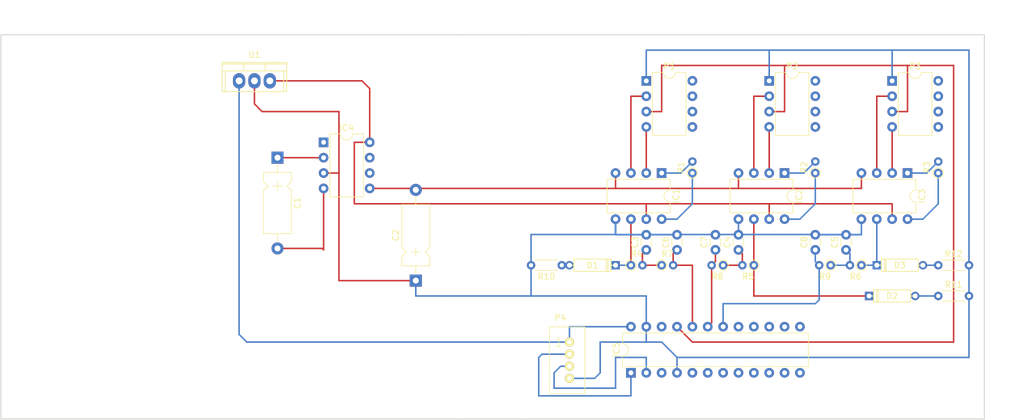
<source format=kicad_pcb>
(kicad_pcb (version 4) (host pcbnew 4.0.1-stable)

  (general
    (links 70)
    (no_connects 2)
    (area 93.904999 48.184999 256.615001 111.835001)
    (thickness 1.6)
    (drawings 13)
    (tracks 164)
    (zones 0)
    (modules 33)
    (nets 34)
  )

  (page A4)
  (layers
    (0 F.Cu signal)
    (31 B.Cu signal)
    (32 B.Adhes user)
    (33 F.Adhes user)
    (34 B.Paste user)
    (35 F.Paste user)
    (36 B.SilkS user)
    (37 F.SilkS user)
    (38 B.Mask user)
    (39 F.Mask user)
    (40 Dwgs.User user)
    (41 Cmts.User user)
    (42 Eco1.User user)
    (43 Eco2.User user)
    (44 Edge.Cuts user)
    (45 Margin user)
    (46 B.CrtYd user)
    (47 F.CrtYd user)
    (48 B.Fab user)
    (49 F.Fab user)
  )

  (setup
    (last_trace_width 0.25)
    (trace_clearance 0.2)
    (zone_clearance 0.508)
    (zone_45_only no)
    (trace_min 0.2)
    (segment_width 0.2)
    (edge_width 0.15)
    (via_size 0.6)
    (via_drill 0.4)
    (via_min_size 0.4)
    (via_min_drill 0.3)
    (uvia_size 0.3)
    (uvia_drill 0.1)
    (uvias_allowed no)
    (uvia_min_size 0.2)
    (uvia_min_drill 0.1)
    (pcb_text_width 0.3)
    (pcb_text_size 1.5 1.5)
    (mod_edge_width 0.15)
    (mod_text_size 1 1)
    (mod_text_width 0.15)
    (pad_size 1.524 1.524)
    (pad_drill 0.762)
    (pad_to_mask_clearance 0.2)
    (aux_axis_origin 0 0)
    (visible_elements 7FFFFFFF)
    (pcbplotparams
      (layerselection 0x00030_80000001)
      (usegerberextensions false)
      (excludeedgelayer true)
      (linewidth 0.100000)
      (plotframeref false)
      (viasonmask false)
      (mode 1)
      (useauxorigin false)
      (hpglpennumber 1)
      (hpglpenspeed 20)
      (hpglpendiameter 15)
      (hpglpenoverlay 2)
      (psnegative false)
      (psa4output false)
      (plotreference true)
      (plotvalue true)
      (plotinvisibletext false)
      (padsonsilk false)
      (subtractmaskfromsilk false)
      (outputformat 1)
      (mirror false)
      (drillshape 1)
      (scaleselection 1)
      (outputdirectory ""))
  )

  (net 0 "")
  (net 1 GND)
  (net 2 +5V)
  (net 3 +BATT)
  (net 4 "Net-(C1-Pad1)")
  (net 5 "Net-(C1-Pad2)")
  (net 6 "Net-(C2-Pad2)")
  (net 7 "Net-(IC1-Pad1)")
  (net 8 "Net-(IC1-Pad2)")
  (net 9 "Net-(IC1-Pad3)")
  (net 10 "Net-(IC1-Pad7)")
  (net 11 "Net-(IC1-Pad8)")
  (net 12 "Net-(IC2-Pad1)")
  (net 13 "Net-(IC2-Pad2)")
  (net 14 "Net-(IC2-Pad3)")
  (net 15 "Net-(IC2-Pad8)")
  (net 16 "Net-(IC3-Pad1)")
  (net 17 "Net-(IC3-Pad2)")
  (net 18 "Net-(IC3-Pad3)")
  (net 19 "Net-(IC3-Pad8)")
  (net 20 "Net-(IC5-Pad1)")
  (net 21 "Net-(IC5-Pad2)")
  (net 22 "Net-(C3-Pad1)")
  (net 23 "Net-(C4-Pad1)")
  (net 24 "Net-(C5-Pad1)")
  (net 25 "Net-(C6-Pad1)")
  (net 26 "Net-(C7-Pad1)")
  (net 27 "Net-(C8-Pad1)")
  (net 28 "Net-(D1-Pad2)")
  (net 29 "Net-(D2-Pad2)")
  (net 30 "Net-(D3-Pad2)")
  (net 31 "Net-(D1-Pad1)")
  (net 32 "Net-(D2-Pad1)")
  (net 33 "Net-(D3-Pad1)")

  (net_class Default "これは標準のネット クラスです。"
    (clearance 0.2)
    (trace_width 0.25)
    (via_dia 0.6)
    (via_drill 0.4)
    (uvia_dia 0.3)
    (uvia_drill 0.1)
    (add_net +5V)
    (add_net +BATT)
    (add_net GND)
    (add_net "Net-(C1-Pad1)")
    (add_net "Net-(C1-Pad2)")
    (add_net "Net-(C2-Pad2)")
    (add_net "Net-(C3-Pad1)")
    (add_net "Net-(C4-Pad1)")
    (add_net "Net-(C5-Pad1)")
    (add_net "Net-(C6-Pad1)")
    (add_net "Net-(C7-Pad1)")
    (add_net "Net-(C8-Pad1)")
    (add_net "Net-(D1-Pad1)")
    (add_net "Net-(D1-Pad2)")
    (add_net "Net-(D2-Pad1)")
    (add_net "Net-(D2-Pad2)")
    (add_net "Net-(D3-Pad1)")
    (add_net "Net-(D3-Pad2)")
    (add_net "Net-(IC1-Pad1)")
    (add_net "Net-(IC1-Pad2)")
    (add_net "Net-(IC1-Pad3)")
    (add_net "Net-(IC1-Pad7)")
    (add_net "Net-(IC1-Pad8)")
    (add_net "Net-(IC2-Pad1)")
    (add_net "Net-(IC2-Pad2)")
    (add_net "Net-(IC2-Pad3)")
    (add_net "Net-(IC2-Pad8)")
    (add_net "Net-(IC3-Pad1)")
    (add_net "Net-(IC3-Pad2)")
    (add_net "Net-(IC3-Pad3)")
    (add_net "Net-(IC3-Pad8)")
    (add_net "Net-(IC5-Pad1)")
    (add_net "Net-(IC5-Pad2)")
  )

  (module Housings_DIP:DIP-24_W7.62mm (layer F.Cu) (tedit 586281B5) (tstamp 58DCE903)
    (at 198.12 104.14 90)
    (descr "24-lead dip package, row spacing 7.62 mm (300 mils)")
    (tags "DIL DIP PDIP 2.54mm 7.62mm 300mil")
    (path /58DCE760)
    (fp_text reference IC5 (at 3.81 -2.39 90) (layer F.SilkS)
      (effects (font (size 1 1) (thickness 0.15)))
    )
    (fp_text value DEV-11114 (at 3.81 30.33 90) (layer F.Fab)
      (effects (font (size 1 1) (thickness 0.15)))
    )
    (fp_arc (start 3.81 -1.39) (end 2.81 -1.39) (angle -180) (layer F.SilkS) (width 0.12))
    (fp_line (start 1.635 -1.27) (end 6.985 -1.27) (layer F.Fab) (width 0.1))
    (fp_line (start 6.985 -1.27) (end 6.985 29.21) (layer F.Fab) (width 0.1))
    (fp_line (start 6.985 29.21) (end 0.635 29.21) (layer F.Fab) (width 0.1))
    (fp_line (start 0.635 29.21) (end 0.635 -0.27) (layer F.Fab) (width 0.1))
    (fp_line (start 0.635 -0.27) (end 1.635 -1.27) (layer F.Fab) (width 0.1))
    (fp_line (start 2.81 -1.39) (end 1.04 -1.39) (layer F.SilkS) (width 0.12))
    (fp_line (start 1.04 -1.39) (end 1.04 29.33) (layer F.SilkS) (width 0.12))
    (fp_line (start 1.04 29.33) (end 6.58 29.33) (layer F.SilkS) (width 0.12))
    (fp_line (start 6.58 29.33) (end 6.58 -1.39) (layer F.SilkS) (width 0.12))
    (fp_line (start 6.58 -1.39) (end 4.81 -1.39) (layer F.SilkS) (width 0.12))
    (fp_line (start -1.1 -1.6) (end -1.1 29.5) (layer F.CrtYd) (width 0.05))
    (fp_line (start -1.1 29.5) (end 8.7 29.5) (layer F.CrtYd) (width 0.05))
    (fp_line (start 8.7 29.5) (end 8.7 -1.6) (layer F.CrtYd) (width 0.05))
    (fp_line (start 8.7 -1.6) (end -1.1 -1.6) (layer F.CrtYd) (width 0.05))
    (pad 1 thru_hole rect (at 0 0 90) (size 1.6 1.6) (drill 0.8) (layers *.Cu *.Mask)
      (net 20 "Net-(IC5-Pad1)"))
    (pad 13 thru_hole oval (at 7.62 27.94 90) (size 1.6 1.6) (drill 0.8) (layers *.Cu *.Mask))
    (pad 2 thru_hole oval (at 0 2.54 90) (size 1.6 1.6) (drill 0.8) (layers *.Cu *.Mask)
      (net 21 "Net-(IC5-Pad2)"))
    (pad 14 thru_hole oval (at 7.62 25.4 90) (size 1.6 1.6) (drill 0.8) (layers *.Cu *.Mask))
    (pad 3 thru_hole oval (at 0 5.08 90) (size 1.6 1.6) (drill 0.8) (layers *.Cu *.Mask))
    (pad 15 thru_hole oval (at 7.62 22.86 90) (size 1.6 1.6) (drill 0.8) (layers *.Cu *.Mask))
    (pad 4 thru_hole oval (at 0 7.62 90) (size 1.6 1.6) (drill 0.8) (layers *.Cu *.Mask)
      (net 1 GND))
    (pad 16 thru_hole oval (at 7.62 20.32 90) (size 1.6 1.6) (drill 0.8) (layers *.Cu *.Mask))
    (pad 5 thru_hole oval (at 0 10.16 90) (size 1.6 1.6) (drill 0.8) (layers *.Cu *.Mask))
    (pad 17 thru_hole oval (at 7.62 17.78 90) (size 1.6 1.6) (drill 0.8) (layers *.Cu *.Mask))
    (pad 6 thru_hole oval (at 0 12.7 90) (size 1.6 1.6) (drill 0.8) (layers *.Cu *.Mask))
    (pad 18 thru_hole oval (at 7.62 15.24 90) (size 1.6 1.6) (drill 0.8) (layers *.Cu *.Mask)
      (net 27 "Net-(C8-Pad1)"))
    (pad 7 thru_hole oval (at 0 15.24 90) (size 1.6 1.6) (drill 0.8) (layers *.Cu *.Mask))
    (pad 19 thru_hole oval (at 7.62 12.7 90) (size 1.6 1.6) (drill 0.8) (layers *.Cu *.Mask)
      (net 26 "Net-(C7-Pad1)"))
    (pad 8 thru_hole oval (at 0 17.78 90) (size 1.6 1.6) (drill 0.8) (layers *.Cu *.Mask))
    (pad 20 thru_hole oval (at 7.62 10.16 90) (size 1.6 1.6) (drill 0.8) (layers *.Cu *.Mask)
      (net 25 "Net-(C6-Pad1)"))
    (pad 9 thru_hole oval (at 0 20.32 90) (size 1.6 1.6) (drill 0.8) (layers *.Cu *.Mask))
    (pad 21 thru_hole oval (at 7.62 7.62 90) (size 1.6 1.6) (drill 0.8) (layers *.Cu *.Mask)
      (net 2 +5V))
    (pad 10 thru_hole oval (at 0 22.86 90) (size 1.6 1.6) (drill 0.8) (layers *.Cu *.Mask))
    (pad 22 thru_hole oval (at 7.62 5.08 90) (size 1.6 1.6) (drill 0.8) (layers *.Cu *.Mask))
    (pad 11 thru_hole oval (at 0 25.4 90) (size 1.6 1.6) (drill 0.8) (layers *.Cu *.Mask))
    (pad 23 thru_hole oval (at 7.62 2.54 90) (size 1.6 1.6) (drill 0.8) (layers *.Cu *.Mask)
      (net 1 GND))
    (pad 12 thru_hole oval (at 0 27.94 90) (size 1.6 1.6) (drill 0.8) (layers *.Cu *.Mask))
    (pad 24 thru_hole oval (at 7.62 0 90) (size 1.6 1.6) (drill 0.8) (layers *.Cu *.Mask)
      (net 3 +BATT))
    (model Housings_DIP.3dshapes/DIP-24_W7.62mm.wrl
      (at (xyz 0 0 0))
      (scale (xyz 1 1 1))
      (rotate (xyz 0 0 0))
    )
  )

  (module Housings_DIP:DIP-8_W7.62mm (layer F.Cu) (tedit 586281B4) (tstamp 58DCE725)
    (at 200.66 55.88)
    (descr "8-lead dip package, row spacing 7.62 mm (300 mils)")
    (tags "DIL DIP PDIP 2.54mm 7.62mm 300mil")
    (path /58DCE645)
    (fp_text reference P1 (at 3.81 -2.39) (layer F.SilkS)
      (effects (font (size 1 1) (thickness 0.15)))
    )
    (fp_text value DIL8 (at 3.81 10.01) (layer F.Fab)
      (effects (font (size 1 1) (thickness 0.15)))
    )
    (fp_arc (start 3.81 -1.39) (end 2.81 -1.39) (angle -180) (layer F.SilkS) (width 0.12))
    (fp_line (start 1.635 -1.27) (end 6.985 -1.27) (layer F.Fab) (width 0.1))
    (fp_line (start 6.985 -1.27) (end 6.985 8.89) (layer F.Fab) (width 0.1))
    (fp_line (start 6.985 8.89) (end 0.635 8.89) (layer F.Fab) (width 0.1))
    (fp_line (start 0.635 8.89) (end 0.635 -0.27) (layer F.Fab) (width 0.1))
    (fp_line (start 0.635 -0.27) (end 1.635 -1.27) (layer F.Fab) (width 0.1))
    (fp_line (start 2.81 -1.39) (end 1.04 -1.39) (layer F.SilkS) (width 0.12))
    (fp_line (start 1.04 -1.39) (end 1.04 9.01) (layer F.SilkS) (width 0.12))
    (fp_line (start 1.04 9.01) (end 6.58 9.01) (layer F.SilkS) (width 0.12))
    (fp_line (start 6.58 9.01) (end 6.58 -1.39) (layer F.SilkS) (width 0.12))
    (fp_line (start 6.58 -1.39) (end 4.81 -1.39) (layer F.SilkS) (width 0.12))
    (fp_line (start -1.1 -1.6) (end -1.1 9.2) (layer F.CrtYd) (width 0.05))
    (fp_line (start -1.1 9.2) (end 8.7 9.2) (layer F.CrtYd) (width 0.05))
    (fp_line (start 8.7 9.2) (end 8.7 -1.6) (layer F.CrtYd) (width 0.05))
    (fp_line (start 8.7 -1.6) (end -1.1 -1.6) (layer F.CrtYd) (width 0.05))
    (pad 1 thru_hole rect (at 0 0) (size 1.6 1.6) (drill 0.8) (layers *.Cu *.Mask)
      (net 1 GND))
    (pad 5 thru_hole oval (at 7.62 7.62) (size 1.6 1.6) (drill 0.8) (layers *.Cu *.Mask))
    (pad 2 thru_hole oval (at 0 2.54) (size 1.6 1.6) (drill 0.8) (layers *.Cu *.Mask)
      (net 9 "Net-(IC1-Pad3)"))
    (pad 6 thru_hole oval (at 7.62 5.08) (size 1.6 1.6) (drill 0.8) (layers *.Cu *.Mask))
    (pad 3 thru_hole oval (at 0 5.08) (size 1.6 1.6) (drill 0.8) (layers *.Cu *.Mask)
      (net 2 +5V))
    (pad 7 thru_hole oval (at 7.62 2.54) (size 1.6 1.6) (drill 0.8) (layers *.Cu *.Mask))
    (pad 4 thru_hole oval (at 0 7.62) (size 1.6 1.6) (drill 0.8) (layers *.Cu *.Mask)
      (net 8 "Net-(IC1-Pad2)"))
    (pad 8 thru_hole oval (at 7.62 0) (size 1.6 1.6) (drill 0.8) (layers *.Cu *.Mask))
    (model Housings_DIP.3dshapes/DIP-8_W7.62mm.wrl
      (at (xyz 0 0 0))
      (scale (xyz 1 1 1))
      (rotate (xyz 0 0 0))
    )
  )

  (module Housings_DIP:DIP-8_W7.62mm (layer F.Cu) (tedit 586281B4) (tstamp 58DCE73D)
    (at 241.3 55.88)
    (descr "8-lead dip package, row spacing 7.62 mm (300 mils)")
    (tags "DIL DIP PDIP 2.54mm 7.62mm 300mil")
    (path /58DCFC10)
    (fp_text reference P3 (at 3.81 -2.39) (layer F.SilkS)
      (effects (font (size 1 1) (thickness 0.15)))
    )
    (fp_text value DIL8 (at 3.81 10.01) (layer F.Fab)
      (effects (font (size 1 1) (thickness 0.15)))
    )
    (fp_arc (start 3.81 -1.39) (end 2.81 -1.39) (angle -180) (layer F.SilkS) (width 0.12))
    (fp_line (start 1.635 -1.27) (end 6.985 -1.27) (layer F.Fab) (width 0.1))
    (fp_line (start 6.985 -1.27) (end 6.985 8.89) (layer F.Fab) (width 0.1))
    (fp_line (start 6.985 8.89) (end 0.635 8.89) (layer F.Fab) (width 0.1))
    (fp_line (start 0.635 8.89) (end 0.635 -0.27) (layer F.Fab) (width 0.1))
    (fp_line (start 0.635 -0.27) (end 1.635 -1.27) (layer F.Fab) (width 0.1))
    (fp_line (start 2.81 -1.39) (end 1.04 -1.39) (layer F.SilkS) (width 0.12))
    (fp_line (start 1.04 -1.39) (end 1.04 9.01) (layer F.SilkS) (width 0.12))
    (fp_line (start 1.04 9.01) (end 6.58 9.01) (layer F.SilkS) (width 0.12))
    (fp_line (start 6.58 9.01) (end 6.58 -1.39) (layer F.SilkS) (width 0.12))
    (fp_line (start 6.58 -1.39) (end 4.81 -1.39) (layer F.SilkS) (width 0.12))
    (fp_line (start -1.1 -1.6) (end -1.1 9.2) (layer F.CrtYd) (width 0.05))
    (fp_line (start -1.1 9.2) (end 8.7 9.2) (layer F.CrtYd) (width 0.05))
    (fp_line (start 8.7 9.2) (end 8.7 -1.6) (layer F.CrtYd) (width 0.05))
    (fp_line (start 8.7 -1.6) (end -1.1 -1.6) (layer F.CrtYd) (width 0.05))
    (pad 1 thru_hole rect (at 0 0) (size 1.6 1.6) (drill 0.8) (layers *.Cu *.Mask)
      (net 1 GND))
    (pad 5 thru_hole oval (at 7.62 7.62) (size 1.6 1.6) (drill 0.8) (layers *.Cu *.Mask))
    (pad 2 thru_hole oval (at 0 2.54) (size 1.6 1.6) (drill 0.8) (layers *.Cu *.Mask)
      (net 18 "Net-(IC3-Pad3)"))
    (pad 6 thru_hole oval (at 7.62 5.08) (size 1.6 1.6) (drill 0.8) (layers *.Cu *.Mask))
    (pad 3 thru_hole oval (at 0 5.08) (size 1.6 1.6) (drill 0.8) (layers *.Cu *.Mask)
      (net 2 +5V))
    (pad 7 thru_hole oval (at 7.62 2.54) (size 1.6 1.6) (drill 0.8) (layers *.Cu *.Mask))
    (pad 4 thru_hole oval (at 0 7.62) (size 1.6 1.6) (drill 0.8) (layers *.Cu *.Mask)
      (net 17 "Net-(IC3-Pad2)"))
    (pad 8 thru_hole oval (at 7.62 0) (size 1.6 1.6) (drill 0.8) (layers *.Cu *.Mask))
    (model Housings_DIP.3dshapes/DIP-8_W7.62mm.wrl
      (at (xyz 0 0 0))
      (scale (xyz 1 1 1))
      (rotate (xyz 0 0 0))
    )
  )

  (module Capacitors_ThroughHole:CP_Axial_L10.0mm_D4.5mm_P15.00mm_Horizontal (layer F.Cu) (tedit 58765D07) (tstamp 58DCE713)
    (at 139.7 68.58 270)
    (descr "CP, Axial series, Axial, Horizontal, pin pitch=15mm, , length*diameter=10*4.5mm^2, Electrolytic Capacitor, , http://www.vishay.com/docs/28325/021asm.pdf")
    (tags "CP Axial series Axial Horizontal pin pitch 15mm  length 10mm diameter 4.5mm Electrolytic Capacitor")
    (path /58DCDE1B)
    (fp_text reference C1 (at 7.5 -3.31 270) (layer F.SilkS)
      (effects (font (size 1 1) (thickness 0.15)))
    )
    (fp_text value CP (at 7.5 3.31 270) (layer F.Fab)
      (effects (font (size 1 1) (thickness 0.15)))
    )
    (fp_line (start 2.5 -2.25) (end 2.5 2.25) (layer F.Fab) (width 0.1))
    (fp_line (start 12.5 -2.25) (end 12.5 2.25) (layer F.Fab) (width 0.1))
    (fp_line (start 2.5 -2.25) (end 3.94 -2.25) (layer F.Fab) (width 0.1))
    (fp_line (start 3.94 -2.25) (end 4.69 -1.5) (layer F.Fab) (width 0.1))
    (fp_line (start 4.69 -1.5) (end 5.44 -2.25) (layer F.Fab) (width 0.1))
    (fp_line (start 5.44 -2.25) (end 12.5 -2.25) (layer F.Fab) (width 0.1))
    (fp_line (start 2.5 2.25) (end 3.94 2.25) (layer F.Fab) (width 0.1))
    (fp_line (start 3.94 2.25) (end 4.69 1.5) (layer F.Fab) (width 0.1))
    (fp_line (start 4.69 1.5) (end 5.44 2.25) (layer F.Fab) (width 0.1))
    (fp_line (start 5.44 2.25) (end 12.5 2.25) (layer F.Fab) (width 0.1))
    (fp_line (start 0 0) (end 2.5 0) (layer F.Fab) (width 0.1))
    (fp_line (start 15 0) (end 12.5 0) (layer F.Fab) (width 0.1))
    (fp_line (start 3.95 0) (end 5.45 0) (layer F.Fab) (width 0.1))
    (fp_line (start 4.7 -0.75) (end 4.7 0.75) (layer F.Fab) (width 0.1))
    (fp_line (start 3.95 0) (end 5.45 0) (layer F.SilkS) (width 0.12))
    (fp_line (start 4.7 -0.75) (end 4.7 0.75) (layer F.SilkS) (width 0.12))
    (fp_line (start 2.44 -2.31) (end 2.44 2.31) (layer F.SilkS) (width 0.12))
    (fp_line (start 12.56 -2.31) (end 12.56 2.31) (layer F.SilkS) (width 0.12))
    (fp_line (start 2.44 -2.31) (end 3.94 -2.31) (layer F.SilkS) (width 0.12))
    (fp_line (start 3.94 -2.31) (end 4.69 -1.56) (layer F.SilkS) (width 0.12))
    (fp_line (start 4.69 -1.56) (end 5.44 -2.31) (layer F.SilkS) (width 0.12))
    (fp_line (start 5.44 -2.31) (end 12.56 -2.31) (layer F.SilkS) (width 0.12))
    (fp_line (start 2.44 2.31) (end 3.94 2.31) (layer F.SilkS) (width 0.12))
    (fp_line (start 3.94 2.31) (end 4.69 1.56) (layer F.SilkS) (width 0.12))
    (fp_line (start 4.69 1.56) (end 5.44 2.31) (layer F.SilkS) (width 0.12))
    (fp_line (start 5.44 2.31) (end 12.56 2.31) (layer F.SilkS) (width 0.12))
    (fp_line (start 1.18 0) (end 2.44 0) (layer F.SilkS) (width 0.12))
    (fp_line (start 13.82 0) (end 12.56 0) (layer F.SilkS) (width 0.12))
    (fp_line (start -1.25 -2.6) (end -1.25 2.6) (layer F.CrtYd) (width 0.05))
    (fp_line (start -1.25 2.6) (end 16.25 2.6) (layer F.CrtYd) (width 0.05))
    (fp_line (start 16.25 2.6) (end 16.25 -2.6) (layer F.CrtYd) (width 0.05))
    (fp_line (start 16.25 -2.6) (end -1.25 -2.6) (layer F.CrtYd) (width 0.05))
    (pad 1 thru_hole rect (at 0 0 270) (size 2 2) (drill 1) (layers *.Cu *.Mask)
      (net 4 "Net-(C1-Pad1)"))
    (pad 2 thru_hole oval (at 15 0 270) (size 2 2) (drill 1) (layers *.Cu *.Mask)
      (net 5 "Net-(C1-Pad2)"))
    (model Capacitors_THT.3dshapes/CP_Axial_L10.0mm_D4.5mm_P15.00mm_Horizontal.wrl
      (at (xyz 0 0 0))
      (scale (xyz 0.393701 0.393701 0.393701))
      (rotate (xyz 0 0 0))
    )
  )

  (module Capacitors_ThroughHole:CP_Axial_L10.0mm_D4.5mm_P15.00mm_Horizontal (layer F.Cu) (tedit 58765D07) (tstamp 58DCE719)
    (at 162.56 88.9 90)
    (descr "CP, Axial series, Axial, Horizontal, pin pitch=15mm, , length*diameter=10*4.5mm^2, Electrolytic Capacitor, , http://www.vishay.com/docs/28325/021asm.pdf")
    (tags "CP Axial series Axial Horizontal pin pitch 15mm  length 10mm diameter 4.5mm Electrolytic Capacitor")
    (path /58DD152B)
    (fp_text reference C2 (at 7.5 -3.31 90) (layer F.SilkS)
      (effects (font (size 1 1) (thickness 0.15)))
    )
    (fp_text value CP (at 7.5 3.31 90) (layer F.Fab)
      (effects (font (size 1 1) (thickness 0.15)))
    )
    (fp_line (start 2.5 -2.25) (end 2.5 2.25) (layer F.Fab) (width 0.1))
    (fp_line (start 12.5 -2.25) (end 12.5 2.25) (layer F.Fab) (width 0.1))
    (fp_line (start 2.5 -2.25) (end 3.94 -2.25) (layer F.Fab) (width 0.1))
    (fp_line (start 3.94 -2.25) (end 4.69 -1.5) (layer F.Fab) (width 0.1))
    (fp_line (start 4.69 -1.5) (end 5.44 -2.25) (layer F.Fab) (width 0.1))
    (fp_line (start 5.44 -2.25) (end 12.5 -2.25) (layer F.Fab) (width 0.1))
    (fp_line (start 2.5 2.25) (end 3.94 2.25) (layer F.Fab) (width 0.1))
    (fp_line (start 3.94 2.25) (end 4.69 1.5) (layer F.Fab) (width 0.1))
    (fp_line (start 4.69 1.5) (end 5.44 2.25) (layer F.Fab) (width 0.1))
    (fp_line (start 5.44 2.25) (end 12.5 2.25) (layer F.Fab) (width 0.1))
    (fp_line (start 0 0) (end 2.5 0) (layer F.Fab) (width 0.1))
    (fp_line (start 15 0) (end 12.5 0) (layer F.Fab) (width 0.1))
    (fp_line (start 3.95 0) (end 5.45 0) (layer F.Fab) (width 0.1))
    (fp_line (start 4.7 -0.75) (end 4.7 0.75) (layer F.Fab) (width 0.1))
    (fp_line (start 3.95 0) (end 5.45 0) (layer F.SilkS) (width 0.12))
    (fp_line (start 4.7 -0.75) (end 4.7 0.75) (layer F.SilkS) (width 0.12))
    (fp_line (start 2.44 -2.31) (end 2.44 2.31) (layer F.SilkS) (width 0.12))
    (fp_line (start 12.56 -2.31) (end 12.56 2.31) (layer F.SilkS) (width 0.12))
    (fp_line (start 2.44 -2.31) (end 3.94 -2.31) (layer F.SilkS) (width 0.12))
    (fp_line (start 3.94 -2.31) (end 4.69 -1.56) (layer F.SilkS) (width 0.12))
    (fp_line (start 4.69 -1.56) (end 5.44 -2.31) (layer F.SilkS) (width 0.12))
    (fp_line (start 5.44 -2.31) (end 12.56 -2.31) (layer F.SilkS) (width 0.12))
    (fp_line (start 2.44 2.31) (end 3.94 2.31) (layer F.SilkS) (width 0.12))
    (fp_line (start 3.94 2.31) (end 4.69 1.56) (layer F.SilkS) (width 0.12))
    (fp_line (start 4.69 1.56) (end 5.44 2.31) (layer F.SilkS) (width 0.12))
    (fp_line (start 5.44 2.31) (end 12.56 2.31) (layer F.SilkS) (width 0.12))
    (fp_line (start 1.18 0) (end 2.44 0) (layer F.SilkS) (width 0.12))
    (fp_line (start 13.82 0) (end 12.56 0) (layer F.SilkS) (width 0.12))
    (fp_line (start -1.25 -2.6) (end -1.25 2.6) (layer F.CrtYd) (width 0.05))
    (fp_line (start -1.25 2.6) (end 16.25 2.6) (layer F.CrtYd) (width 0.05))
    (fp_line (start 16.25 2.6) (end 16.25 -2.6) (layer F.CrtYd) (width 0.05))
    (fp_line (start 16.25 -2.6) (end -1.25 -2.6) (layer F.CrtYd) (width 0.05))
    (pad 1 thru_hole rect (at 0 0 90) (size 2 2) (drill 1) (layers *.Cu *.Mask)
      (net 1 GND))
    (pad 2 thru_hole oval (at 15 0 90) (size 2 2) (drill 1) (layers *.Cu *.Mask)
      (net 6 "Net-(C2-Pad2)"))
    (model Capacitors_THT.3dshapes/CP_Axial_L10.0mm_D4.5mm_P15.00mm_Horizontal.wrl
      (at (xyz 0 0 0))
      (scale (xyz 0.393701 0.393701 0.393701))
      (rotate (xyz 0 0 0))
    )
  )

  (module Housings_DIP:DIP-8_W7.62mm (layer F.Cu) (tedit 586281B4) (tstamp 58DCE731)
    (at 220.98 55.88)
    (descr "8-lead dip package, row spacing 7.62 mm (300 mils)")
    (tags "DIL DIP PDIP 2.54mm 7.62mm 300mil")
    (path /58DCF871)
    (fp_text reference P2 (at 3.81 -2.39) (layer F.SilkS)
      (effects (font (size 1 1) (thickness 0.15)))
    )
    (fp_text value DIL8 (at 3.81 10.01) (layer F.Fab)
      (effects (font (size 1 1) (thickness 0.15)))
    )
    (fp_arc (start 3.81 -1.39) (end 2.81 -1.39) (angle -180) (layer F.SilkS) (width 0.12))
    (fp_line (start 1.635 -1.27) (end 6.985 -1.27) (layer F.Fab) (width 0.1))
    (fp_line (start 6.985 -1.27) (end 6.985 8.89) (layer F.Fab) (width 0.1))
    (fp_line (start 6.985 8.89) (end 0.635 8.89) (layer F.Fab) (width 0.1))
    (fp_line (start 0.635 8.89) (end 0.635 -0.27) (layer F.Fab) (width 0.1))
    (fp_line (start 0.635 -0.27) (end 1.635 -1.27) (layer F.Fab) (width 0.1))
    (fp_line (start 2.81 -1.39) (end 1.04 -1.39) (layer F.SilkS) (width 0.12))
    (fp_line (start 1.04 -1.39) (end 1.04 9.01) (layer F.SilkS) (width 0.12))
    (fp_line (start 1.04 9.01) (end 6.58 9.01) (layer F.SilkS) (width 0.12))
    (fp_line (start 6.58 9.01) (end 6.58 -1.39) (layer F.SilkS) (width 0.12))
    (fp_line (start 6.58 -1.39) (end 4.81 -1.39) (layer F.SilkS) (width 0.12))
    (fp_line (start -1.1 -1.6) (end -1.1 9.2) (layer F.CrtYd) (width 0.05))
    (fp_line (start -1.1 9.2) (end 8.7 9.2) (layer F.CrtYd) (width 0.05))
    (fp_line (start 8.7 9.2) (end 8.7 -1.6) (layer F.CrtYd) (width 0.05))
    (fp_line (start 8.7 -1.6) (end -1.1 -1.6) (layer F.CrtYd) (width 0.05))
    (pad 1 thru_hole rect (at 0 0) (size 1.6 1.6) (drill 0.8) (layers *.Cu *.Mask)
      (net 1 GND))
    (pad 5 thru_hole oval (at 7.62 7.62) (size 1.6 1.6) (drill 0.8) (layers *.Cu *.Mask))
    (pad 2 thru_hole oval (at 0 2.54) (size 1.6 1.6) (drill 0.8) (layers *.Cu *.Mask)
      (net 14 "Net-(IC2-Pad3)"))
    (pad 6 thru_hole oval (at 7.62 5.08) (size 1.6 1.6) (drill 0.8) (layers *.Cu *.Mask))
    (pad 3 thru_hole oval (at 0 5.08) (size 1.6 1.6) (drill 0.8) (layers *.Cu *.Mask)
      (net 2 +5V))
    (pad 7 thru_hole oval (at 7.62 2.54) (size 1.6 1.6) (drill 0.8) (layers *.Cu *.Mask))
    (pad 4 thru_hole oval (at 0 7.62) (size 1.6 1.6) (drill 0.8) (layers *.Cu *.Mask)
      (net 13 "Net-(IC2-Pad2)"))
    (pad 8 thru_hole oval (at 7.62 0) (size 1.6 1.6) (drill 0.8) (layers *.Cu *.Mask))
    (model Housings_DIP.3dshapes/DIP-8_W7.62mm.wrl
      (at (xyz 0 0 0))
      (scale (xyz 1 1 1))
      (rotate (xyz 0 0 0))
    )
  )

  (module Connect:Grove_1x04 (layer F.Cu) (tedit 587F9C9D) (tstamp 58DCE745)
    (at 187.96 99.06)
    (descr https://statics3.seeedstudio.com/images/opl/datasheet/3470130P1.pdf)
    (tags Grove-1x04)
    (path /58DD0E38)
    (fp_text reference P4 (at -1.5 -4) (layer F.SilkS)
      (effects (font (size 1 1) (thickness 0.15)))
    )
    (fp_text value CONN_01X04 (at 4.19 2.83 90) (layer F.Fab)
      (effects (font (size 1 1) (thickness 0.15)))
    )
    (fp_line (start -3.45 -2.65) (end -3.45 8.7) (layer F.CrtYd) (width 0.05))
    (fp_line (start -3.45 8.7) (end 2.7 8.7) (layer F.CrtYd) (width 0.05))
    (fp_line (start 2.7 8.7) (end 2.7 -2.65) (layer F.CrtYd) (width 0.05))
    (fp_line (start -3.45 -2.65) (end 2.7 -2.65) (layer F.CrtYd) (width 0.05))
    (fp_line (start -3.3 5) (end -3.3 5.6) (layer F.SilkS) (width 0.12))
    (fp_line (start -3.3 0.4) (end -3.3 1) (layer F.SilkS) (width 0.12))
    (fp_line (start 2.55 -2.5) (end 2.55 8.55) (layer F.SilkS) (width 0.12))
    (fp_line (start -3.3 -2.5) (end 2.55 -2.5) (layer F.SilkS) (width 0.12))
    (fp_line (start -3.3 1.25) (end -3.3 4.75) (layer F.SilkS) (width 0.12))
    (fp_line (start -3.3 8.55) (end 2.55 8.55) (layer F.SilkS) (width 0.12))
    (fp_line (start -3.3 -2.5) (end -3.3 0.15) (layer F.SilkS) (width 0.12))
    (fp_line (start -3.3 5.9) (end -3.3 8.55) (layer F.SilkS) (width 0.12))
    (fp_line (start -2.9 -2.1) (end 2.2 -2.1) (layer F.Fab) (width 0.1))
    (fp_line (start 2.2 -2.1) (end 2.2 8.1) (layer F.Fab) (width 0.1))
    (fp_line (start 2.2 8.1) (end -2.9 8.1) (layer F.Fab) (width 0.1))
    (fp_line (start -2.9 8.1) (end -2.9 -2.1) (layer F.Fab) (width 0.1))
    (fp_text user 1 (at -1.775 0.075) (layer F.SilkS)
      (effects (font (size 1.5 1.5) (thickness 0.12)))
    )
    (pad 1 thru_hole circle (at 0 0) (size 1.524 1.524) (drill 0.762) (layers *.Cu *.Mask F.SilkS)
      (net 3 +BATT))
    (pad 2 thru_hole circle (at 0 2) (size 1.524 1.524) (drill 0.762) (layers *.Cu *.Mask F.SilkS)
      (net 20 "Net-(IC5-Pad1)"))
    (pad 3 thru_hole circle (at 0 4) (size 1.524 1.524) (drill 0.762) (layers *.Cu *.Mask F.SilkS)
      (net 21 "Net-(IC5-Pad2)"))
    (pad 4 thru_hole circle (at 0 6) (size 1.524 1.524) (drill 0.762) (layers *.Cu *.Mask F.SilkS)
      (net 1 GND))
    (model Connectors.3dshapes/Grove_1x04.wrl
      (at (xyz 0 0 0))
      (scale (xyz 0.3937 0.3937 0.3937))
      (rotate (xyz 0 0 -90))
    )
  )

  (module Resistors_ThroughHole:R_Axial_DIN0204_L3.6mm_D1.6mm_P1.90mm_Vertical (layer F.Cu) (tedit 5874F706) (tstamp 58DCE74B)
    (at 208.28 71.12 90)
    (descr "Resistor, Axial_DIN0204 series, Axial, Vertical, pin pitch=1.9mm, 0.16666666666666666W = 1/6W, length*diameter=3.6*1.6mm^2, http://cdn-reichelt.de/documents/datenblatt/B400/1_4W%23YAG.pdf")
    (tags "Resistor Axial_DIN0204 series Axial Vertical pin pitch 1.9mm 0.16666666666666666W = 1/6W length 3.6mm diameter 1.6mm")
    (path /58DCE0FB)
    (fp_text reference R1 (at 0.95 -1.86 90) (layer F.SilkS)
      (effects (font (size 1 1) (thickness 0.15)))
    )
    (fp_text value R (at 0.95 1.86 90) (layer F.Fab)
      (effects (font (size 1 1) (thickness 0.15)))
    )
    (fp_circle (center 0 0) (end 0.8 0) (layer F.Fab) (width 0.1))
    (fp_circle (center 0 0) (end 0.86 0) (layer F.SilkS) (width 0.12))
    (fp_line (start 0 0) (end 1.9 0) (layer F.Fab) (width 0.1))
    (fp_line (start 0.86 0) (end 0.9 0) (layer F.SilkS) (width 0.12))
    (fp_line (start -1.15 -1.15) (end -1.15 1.15) (layer F.CrtYd) (width 0.05))
    (fp_line (start -1.15 1.15) (end 2.95 1.15) (layer F.CrtYd) (width 0.05))
    (fp_line (start 2.95 1.15) (end 2.95 -1.15) (layer F.CrtYd) (width 0.05))
    (fp_line (start 2.95 -1.15) (end -1.15 -1.15) (layer F.CrtYd) (width 0.05))
    (pad 1 thru_hole circle (at 0 0 90) (size 1.4 1.4) (drill 0.7) (layers *.Cu *.Mask)
      (net 11 "Net-(IC1-Pad8)"))
    (pad 2 thru_hole oval (at 1.9 0 90) (size 1.4 1.4) (drill 0.7) (layers *.Cu *.Mask)
      (net 7 "Net-(IC1-Pad1)"))
    (model Resistors_THT.3dshapes/R_Axial_DIN0204_L3.6mm_D1.6mm_P1.90mm_Vertical.wrl
      (at (xyz 0 0 0))
      (scale (xyz 0.393701 0.393701 0.393701))
      (rotate (xyz 0 0 0))
    )
  )

  (module Resistors_ThroughHole:R_Axial_DIN0204_L3.6mm_D1.6mm_P1.90mm_Vertical (layer F.Cu) (tedit 5874F706) (tstamp 58DCE751)
    (at 228.6 71.12 90)
    (descr "Resistor, Axial_DIN0204 series, Axial, Vertical, pin pitch=1.9mm, 0.16666666666666666W = 1/6W, length*diameter=3.6*1.6mm^2, http://cdn-reichelt.de/documents/datenblatt/B400/1_4W%23YAG.pdf")
    (tags "Resistor Axial_DIN0204 series Axial Vertical pin pitch 1.9mm 0.16666666666666666W = 1/6W length 3.6mm diameter 1.6mm")
    (path /58DCF865)
    (fp_text reference R2 (at 0.95 -1.86 90) (layer F.SilkS)
      (effects (font (size 1 1) (thickness 0.15)))
    )
    (fp_text value R (at 0.95 1.86 90) (layer F.Fab)
      (effects (font (size 1 1) (thickness 0.15)))
    )
    (fp_circle (center 0 0) (end 0.8 0) (layer F.Fab) (width 0.1))
    (fp_circle (center 0 0) (end 0.86 0) (layer F.SilkS) (width 0.12))
    (fp_line (start 0 0) (end 1.9 0) (layer F.Fab) (width 0.1))
    (fp_line (start 0.86 0) (end 0.9 0) (layer F.SilkS) (width 0.12))
    (fp_line (start -1.15 -1.15) (end -1.15 1.15) (layer F.CrtYd) (width 0.05))
    (fp_line (start -1.15 1.15) (end 2.95 1.15) (layer F.CrtYd) (width 0.05))
    (fp_line (start 2.95 1.15) (end 2.95 -1.15) (layer F.CrtYd) (width 0.05))
    (fp_line (start 2.95 -1.15) (end -1.15 -1.15) (layer F.CrtYd) (width 0.05))
    (pad 1 thru_hole circle (at 0 0 90) (size 1.4 1.4) (drill 0.7) (layers *.Cu *.Mask)
      (net 15 "Net-(IC2-Pad8)"))
    (pad 2 thru_hole oval (at 1.9 0 90) (size 1.4 1.4) (drill 0.7) (layers *.Cu *.Mask)
      (net 12 "Net-(IC2-Pad1)"))
    (model Resistors_THT.3dshapes/R_Axial_DIN0204_L3.6mm_D1.6mm_P1.90mm_Vertical.wrl
      (at (xyz 0 0 0))
      (scale (xyz 0.393701 0.393701 0.393701))
      (rotate (xyz 0 0 0))
    )
  )

  (module Resistors_ThroughHole:R_Axial_DIN0204_L3.6mm_D1.6mm_P1.90mm_Vertical (layer F.Cu) (tedit 5874F706) (tstamp 58DCE757)
    (at 248.92 71.12 90)
    (descr "Resistor, Axial_DIN0204 series, Axial, Vertical, pin pitch=1.9mm, 0.16666666666666666W = 1/6W, length*diameter=3.6*1.6mm^2, http://cdn-reichelt.de/documents/datenblatt/B400/1_4W%23YAG.pdf")
    (tags "Resistor Axial_DIN0204 series Axial Vertical pin pitch 1.9mm 0.16666666666666666W = 1/6W length 3.6mm diameter 1.6mm")
    (path /58DCFC04)
    (fp_text reference R3 (at 0.95 -1.86 90) (layer F.SilkS)
      (effects (font (size 1 1) (thickness 0.15)))
    )
    (fp_text value R (at 0.95 1.86 90) (layer F.Fab)
      (effects (font (size 1 1) (thickness 0.15)))
    )
    (fp_circle (center 0 0) (end 0.8 0) (layer F.Fab) (width 0.1))
    (fp_circle (center 0 0) (end 0.86 0) (layer F.SilkS) (width 0.12))
    (fp_line (start 0 0) (end 1.9 0) (layer F.Fab) (width 0.1))
    (fp_line (start 0.86 0) (end 0.9 0) (layer F.SilkS) (width 0.12))
    (fp_line (start -1.15 -1.15) (end -1.15 1.15) (layer F.CrtYd) (width 0.05))
    (fp_line (start -1.15 1.15) (end 2.95 1.15) (layer F.CrtYd) (width 0.05))
    (fp_line (start 2.95 1.15) (end 2.95 -1.15) (layer F.CrtYd) (width 0.05))
    (fp_line (start 2.95 -1.15) (end -1.15 -1.15) (layer F.CrtYd) (width 0.05))
    (pad 1 thru_hole circle (at 0 0 90) (size 1.4 1.4) (drill 0.7) (layers *.Cu *.Mask)
      (net 19 "Net-(IC3-Pad8)"))
    (pad 2 thru_hole oval (at 1.9 0 90) (size 1.4 1.4) (drill 0.7) (layers *.Cu *.Mask)
      (net 16 "Net-(IC3-Pad1)"))
    (model Resistors_THT.3dshapes/R_Axial_DIN0204_L3.6mm_D1.6mm_P1.90mm_Vertical.wrl
      (at (xyz 0 0 0))
      (scale (xyz 0.393701 0.393701 0.393701))
      (rotate (xyz 0 0 0))
    )
  )

  (module Power_Integrations:TO-220 (layer F.Cu) (tedit 0) (tstamp 58DCE75E)
    (at 135.89 55.88)
    (descr "Non Isolated JEDEC TO-220 Package")
    (tags "Power Integration YN Package")
    (path /58DCD646)
    (fp_text reference U1 (at 0 -4.318) (layer F.SilkS)
      (effects (font (size 1 1) (thickness 0.15)))
    )
    (fp_text value LM7809CT (at 0 -4.318) (layer F.Fab)
      (effects (font (size 1 1) (thickness 0.15)))
    )
    (fp_line (start 4.826 -1.651) (end 4.826 1.778) (layer F.SilkS) (width 0.15))
    (fp_line (start -4.826 -1.651) (end -4.826 1.778) (layer F.SilkS) (width 0.15))
    (fp_line (start 5.334 -2.794) (end -5.334 -2.794) (layer F.SilkS) (width 0.15))
    (fp_line (start 1.778 -1.778) (end 1.778 -3.048) (layer F.SilkS) (width 0.15))
    (fp_line (start -1.778 -1.778) (end -1.778 -3.048) (layer F.SilkS) (width 0.15))
    (fp_line (start -5.334 -1.651) (end 5.334 -1.651) (layer F.SilkS) (width 0.15))
    (fp_line (start 5.334 1.778) (end -5.334 1.778) (layer F.SilkS) (width 0.15))
    (fp_line (start -5.334 -3.048) (end -5.334 1.778) (layer F.SilkS) (width 0.15))
    (fp_line (start 5.334 -3.048) (end 5.334 1.778) (layer F.SilkS) (width 0.15))
    (fp_line (start 5.334 -3.048) (end -5.334 -3.048) (layer F.SilkS) (width 0.15))
    (pad 2 thru_hole oval (at 0 0) (size 2.032 2.54) (drill 1.143) (layers *.Cu *.Mask)
      (net 1 GND))
    (pad 3 thru_hole oval (at 2.54 0) (size 2.032 2.54) (drill 1.143) (layers *.Cu *.Mask)
      (net 10 "Net-(IC1-Pad7)"))
    (pad 1 thru_hole oval (at -2.54 0) (size 2.032 2.54) (drill 1.143) (layers *.Cu *.Mask)
      (net 3 +BATT))
  )

  (module Housings_DIP:DIP-8_W7.62mm (layer F.Cu) (tedit 586281B4) (tstamp 58DCE8C3)
    (at 203.2 71.12 270)
    (descr "8-lead dip package, row spacing 7.62 mm (300 mils)")
    (tags "DIL DIP PDIP 2.54mm 7.62mm 300mil")
    (path /58DCDE96)
    (fp_text reference IC1 (at 3.81 -2.39 270) (layer F.SilkS)
      (effects (font (size 1 1) (thickness 0.15)))
    )
    (fp_text value LT1167CN8PBF (at 3.81 10.01 270) (layer F.Fab)
      (effects (font (size 1 1) (thickness 0.15)))
    )
    (fp_arc (start 3.81 -1.39) (end 2.81 -1.39) (angle -180) (layer F.SilkS) (width 0.12))
    (fp_line (start 1.635 -1.27) (end 6.985 -1.27) (layer F.Fab) (width 0.1))
    (fp_line (start 6.985 -1.27) (end 6.985 8.89) (layer F.Fab) (width 0.1))
    (fp_line (start 6.985 8.89) (end 0.635 8.89) (layer F.Fab) (width 0.1))
    (fp_line (start 0.635 8.89) (end 0.635 -0.27) (layer F.Fab) (width 0.1))
    (fp_line (start 0.635 -0.27) (end 1.635 -1.27) (layer F.Fab) (width 0.1))
    (fp_line (start 2.81 -1.39) (end 1.04 -1.39) (layer F.SilkS) (width 0.12))
    (fp_line (start 1.04 -1.39) (end 1.04 9.01) (layer F.SilkS) (width 0.12))
    (fp_line (start 1.04 9.01) (end 6.58 9.01) (layer F.SilkS) (width 0.12))
    (fp_line (start 6.58 9.01) (end 6.58 -1.39) (layer F.SilkS) (width 0.12))
    (fp_line (start 6.58 -1.39) (end 4.81 -1.39) (layer F.SilkS) (width 0.12))
    (fp_line (start -1.1 -1.6) (end -1.1 9.2) (layer F.CrtYd) (width 0.05))
    (fp_line (start -1.1 9.2) (end 8.7 9.2) (layer F.CrtYd) (width 0.05))
    (fp_line (start 8.7 9.2) (end 8.7 -1.6) (layer F.CrtYd) (width 0.05))
    (fp_line (start 8.7 -1.6) (end -1.1 -1.6) (layer F.CrtYd) (width 0.05))
    (pad 1 thru_hole rect (at 0 0 270) (size 1.6 1.6) (drill 0.8) (layers *.Cu *.Mask)
      (net 7 "Net-(IC1-Pad1)"))
    (pad 5 thru_hole oval (at 7.62 7.62 270) (size 1.6 1.6) (drill 0.8) (layers *.Cu *.Mask)
      (net 1 GND))
    (pad 2 thru_hole oval (at 0 2.54 270) (size 1.6 1.6) (drill 0.8) (layers *.Cu *.Mask)
      (net 8 "Net-(IC1-Pad2)"))
    (pad 6 thru_hole oval (at 7.62 5.08 270) (size 1.6 1.6) (drill 0.8) (layers *.Cu *.Mask)
      (net 31 "Net-(D1-Pad1)"))
    (pad 3 thru_hole oval (at 0 5.08 270) (size 1.6 1.6) (drill 0.8) (layers *.Cu *.Mask)
      (net 9 "Net-(IC1-Pad3)"))
    (pad 7 thru_hole oval (at 7.62 2.54 270) (size 1.6 1.6) (drill 0.8) (layers *.Cu *.Mask)
      (net 10 "Net-(IC1-Pad7)"))
    (pad 4 thru_hole oval (at 0 7.62 270) (size 1.6 1.6) (drill 0.8) (layers *.Cu *.Mask)
      (net 6 "Net-(C2-Pad2)"))
    (pad 8 thru_hole oval (at 7.62 0 270) (size 1.6 1.6) (drill 0.8) (layers *.Cu *.Mask)
      (net 11 "Net-(IC1-Pad8)"))
    (model Housings_DIP.3dshapes/DIP-8_W7.62mm.wrl
      (at (xyz 0 0 0))
      (scale (xyz 1 1 1))
      (rotate (xyz 0 0 0))
    )
  )

  (module Housings_DIP:DIP-8_W7.62mm (layer F.Cu) (tedit 586281B4) (tstamp 58DCE8CF)
    (at 223.52 71.12 270)
    (descr "8-lead dip package, row spacing 7.62 mm (300 mils)")
    (tags "DIL DIP PDIP 2.54mm 7.62mm 300mil")
    (path /58DCF85F)
    (fp_text reference IC2 (at 3.81 -2.39 270) (layer F.SilkS)
      (effects (font (size 1 1) (thickness 0.15)))
    )
    (fp_text value LT1167CN8PBF (at 3.81 10.01 270) (layer F.Fab)
      (effects (font (size 1 1) (thickness 0.15)))
    )
    (fp_arc (start 3.81 -1.39) (end 2.81 -1.39) (angle -180) (layer F.SilkS) (width 0.12))
    (fp_line (start 1.635 -1.27) (end 6.985 -1.27) (layer F.Fab) (width 0.1))
    (fp_line (start 6.985 -1.27) (end 6.985 8.89) (layer F.Fab) (width 0.1))
    (fp_line (start 6.985 8.89) (end 0.635 8.89) (layer F.Fab) (width 0.1))
    (fp_line (start 0.635 8.89) (end 0.635 -0.27) (layer F.Fab) (width 0.1))
    (fp_line (start 0.635 -0.27) (end 1.635 -1.27) (layer F.Fab) (width 0.1))
    (fp_line (start 2.81 -1.39) (end 1.04 -1.39) (layer F.SilkS) (width 0.12))
    (fp_line (start 1.04 -1.39) (end 1.04 9.01) (layer F.SilkS) (width 0.12))
    (fp_line (start 1.04 9.01) (end 6.58 9.01) (layer F.SilkS) (width 0.12))
    (fp_line (start 6.58 9.01) (end 6.58 -1.39) (layer F.SilkS) (width 0.12))
    (fp_line (start 6.58 -1.39) (end 4.81 -1.39) (layer F.SilkS) (width 0.12))
    (fp_line (start -1.1 -1.6) (end -1.1 9.2) (layer F.CrtYd) (width 0.05))
    (fp_line (start -1.1 9.2) (end 8.7 9.2) (layer F.CrtYd) (width 0.05))
    (fp_line (start 8.7 9.2) (end 8.7 -1.6) (layer F.CrtYd) (width 0.05))
    (fp_line (start 8.7 -1.6) (end -1.1 -1.6) (layer F.CrtYd) (width 0.05))
    (pad 1 thru_hole rect (at 0 0 270) (size 1.6 1.6) (drill 0.8) (layers *.Cu *.Mask)
      (net 12 "Net-(IC2-Pad1)"))
    (pad 5 thru_hole oval (at 7.62 7.62 270) (size 1.6 1.6) (drill 0.8) (layers *.Cu *.Mask)
      (net 1 GND))
    (pad 2 thru_hole oval (at 0 2.54 270) (size 1.6 1.6) (drill 0.8) (layers *.Cu *.Mask)
      (net 13 "Net-(IC2-Pad2)"))
    (pad 6 thru_hole oval (at 7.62 5.08 270) (size 1.6 1.6) (drill 0.8) (layers *.Cu *.Mask)
      (net 32 "Net-(D2-Pad1)"))
    (pad 3 thru_hole oval (at 0 5.08 270) (size 1.6 1.6) (drill 0.8) (layers *.Cu *.Mask)
      (net 14 "Net-(IC2-Pad3)"))
    (pad 7 thru_hole oval (at 7.62 2.54 270) (size 1.6 1.6) (drill 0.8) (layers *.Cu *.Mask)
      (net 10 "Net-(IC1-Pad7)"))
    (pad 4 thru_hole oval (at 0 7.62 270) (size 1.6 1.6) (drill 0.8) (layers *.Cu *.Mask)
      (net 6 "Net-(C2-Pad2)"))
    (pad 8 thru_hole oval (at 7.62 0 270) (size 1.6 1.6) (drill 0.8) (layers *.Cu *.Mask)
      (net 15 "Net-(IC2-Pad8)"))
    (model Housings_DIP.3dshapes/DIP-8_W7.62mm.wrl
      (at (xyz 0 0 0))
      (scale (xyz 1 1 1))
      (rotate (xyz 0 0 0))
    )
  )

  (module Housings_DIP:DIP-8_W7.62mm (layer F.Cu) (tedit 586281B4) (tstamp 58DCE8DB)
    (at 243.84 71.12 270)
    (descr "8-lead dip package, row spacing 7.62 mm (300 mils)")
    (tags "DIL DIP PDIP 2.54mm 7.62mm 300mil")
    (path /58DCFBFE)
    (fp_text reference IC3 (at 3.81 -2.39 270) (layer F.SilkS)
      (effects (font (size 1 1) (thickness 0.15)))
    )
    (fp_text value LT1167CN8PBF (at 3.81 10.01 270) (layer F.Fab)
      (effects (font (size 1 1) (thickness 0.15)))
    )
    (fp_arc (start 3.81 -1.39) (end 2.81 -1.39) (angle -180) (layer F.SilkS) (width 0.12))
    (fp_line (start 1.635 -1.27) (end 6.985 -1.27) (layer F.Fab) (width 0.1))
    (fp_line (start 6.985 -1.27) (end 6.985 8.89) (layer F.Fab) (width 0.1))
    (fp_line (start 6.985 8.89) (end 0.635 8.89) (layer F.Fab) (width 0.1))
    (fp_line (start 0.635 8.89) (end 0.635 -0.27) (layer F.Fab) (width 0.1))
    (fp_line (start 0.635 -0.27) (end 1.635 -1.27) (layer F.Fab) (width 0.1))
    (fp_line (start 2.81 -1.39) (end 1.04 -1.39) (layer F.SilkS) (width 0.12))
    (fp_line (start 1.04 -1.39) (end 1.04 9.01) (layer F.SilkS) (width 0.12))
    (fp_line (start 1.04 9.01) (end 6.58 9.01) (layer F.SilkS) (width 0.12))
    (fp_line (start 6.58 9.01) (end 6.58 -1.39) (layer F.SilkS) (width 0.12))
    (fp_line (start 6.58 -1.39) (end 4.81 -1.39) (layer F.SilkS) (width 0.12))
    (fp_line (start -1.1 -1.6) (end -1.1 9.2) (layer F.CrtYd) (width 0.05))
    (fp_line (start -1.1 9.2) (end 8.7 9.2) (layer F.CrtYd) (width 0.05))
    (fp_line (start 8.7 9.2) (end 8.7 -1.6) (layer F.CrtYd) (width 0.05))
    (fp_line (start 8.7 -1.6) (end -1.1 -1.6) (layer F.CrtYd) (width 0.05))
    (pad 1 thru_hole rect (at 0 0 270) (size 1.6 1.6) (drill 0.8) (layers *.Cu *.Mask)
      (net 16 "Net-(IC3-Pad1)"))
    (pad 5 thru_hole oval (at 7.62 7.62 270) (size 1.6 1.6) (drill 0.8) (layers *.Cu *.Mask)
      (net 1 GND))
    (pad 2 thru_hole oval (at 0 2.54 270) (size 1.6 1.6) (drill 0.8) (layers *.Cu *.Mask)
      (net 17 "Net-(IC3-Pad2)"))
    (pad 6 thru_hole oval (at 7.62 5.08 270) (size 1.6 1.6) (drill 0.8) (layers *.Cu *.Mask)
      (net 33 "Net-(D3-Pad1)"))
    (pad 3 thru_hole oval (at 0 5.08 270) (size 1.6 1.6) (drill 0.8) (layers *.Cu *.Mask)
      (net 18 "Net-(IC3-Pad3)"))
    (pad 7 thru_hole oval (at 7.62 2.54 270) (size 1.6 1.6) (drill 0.8) (layers *.Cu *.Mask)
      (net 10 "Net-(IC1-Pad7)"))
    (pad 4 thru_hole oval (at 0 7.62 270) (size 1.6 1.6) (drill 0.8) (layers *.Cu *.Mask)
      (net 6 "Net-(C2-Pad2)"))
    (pad 8 thru_hole oval (at 7.62 0 270) (size 1.6 1.6) (drill 0.8) (layers *.Cu *.Mask)
      (net 19 "Net-(IC3-Pad8)"))
    (model Housings_DIP.3dshapes/DIP-8_W7.62mm.wrl
      (at (xyz 0 0 0))
      (scale (xyz 1 1 1))
      (rotate (xyz 0 0 0))
    )
  )

  (module Housings_DIP:DIP-8_W7.62mm (layer F.Cu) (tedit 586281B4) (tstamp 58DCE8E7)
    (at 147.32 66.04)
    (descr "8-lead dip package, row spacing 7.62 mm (300 mils)")
    (tags "DIL DIP PDIP 2.54mm 7.62mm 300mil")
    (path /58DCDD02)
    (fp_text reference IC4 (at 3.81 -2.39) (layer F.SilkS)
      (effects (font (size 1 1) (thickness 0.15)))
    )
    (fp_text value LTC1144CN8#PBF (at 3.81 10.01) (layer F.Fab)
      (effects (font (size 1 1) (thickness 0.15)))
    )
    (fp_arc (start 3.81 -1.39) (end 2.81 -1.39) (angle -180) (layer F.SilkS) (width 0.12))
    (fp_line (start 1.635 -1.27) (end 6.985 -1.27) (layer F.Fab) (width 0.1))
    (fp_line (start 6.985 -1.27) (end 6.985 8.89) (layer F.Fab) (width 0.1))
    (fp_line (start 6.985 8.89) (end 0.635 8.89) (layer F.Fab) (width 0.1))
    (fp_line (start 0.635 8.89) (end 0.635 -0.27) (layer F.Fab) (width 0.1))
    (fp_line (start 0.635 -0.27) (end 1.635 -1.27) (layer F.Fab) (width 0.1))
    (fp_line (start 2.81 -1.39) (end 1.04 -1.39) (layer F.SilkS) (width 0.12))
    (fp_line (start 1.04 -1.39) (end 1.04 9.01) (layer F.SilkS) (width 0.12))
    (fp_line (start 1.04 9.01) (end 6.58 9.01) (layer F.SilkS) (width 0.12))
    (fp_line (start 6.58 9.01) (end 6.58 -1.39) (layer F.SilkS) (width 0.12))
    (fp_line (start 6.58 -1.39) (end 4.81 -1.39) (layer F.SilkS) (width 0.12))
    (fp_line (start -1.1 -1.6) (end -1.1 9.2) (layer F.CrtYd) (width 0.05))
    (fp_line (start -1.1 9.2) (end 8.7 9.2) (layer F.CrtYd) (width 0.05))
    (fp_line (start 8.7 9.2) (end 8.7 -1.6) (layer F.CrtYd) (width 0.05))
    (fp_line (start 8.7 -1.6) (end -1.1 -1.6) (layer F.CrtYd) (width 0.05))
    (pad 1 thru_hole rect (at 0 0) (size 1.6 1.6) (drill 0.8) (layers *.Cu *.Mask))
    (pad 5 thru_hole oval (at 7.62 7.62) (size 1.6 1.6) (drill 0.8) (layers *.Cu *.Mask)
      (net 6 "Net-(C2-Pad2)"))
    (pad 2 thru_hole oval (at 0 2.54) (size 1.6 1.6) (drill 0.8) (layers *.Cu *.Mask)
      (net 4 "Net-(C1-Pad1)"))
    (pad 6 thru_hole oval (at 7.62 5.08) (size 1.6 1.6) (drill 0.8) (layers *.Cu *.Mask))
    (pad 3 thru_hole oval (at 0 5.08) (size 1.6 1.6) (drill 0.8) (layers *.Cu *.Mask)
      (net 1 GND))
    (pad 7 thru_hole oval (at 7.62 2.54) (size 1.6 1.6) (drill 0.8) (layers *.Cu *.Mask))
    (pad 4 thru_hole oval (at 0 7.62) (size 1.6 1.6) (drill 0.8) (layers *.Cu *.Mask)
      (net 5 "Net-(C1-Pad2)"))
    (pad 8 thru_hole oval (at 7.62 0) (size 1.6 1.6) (drill 0.8) (layers *.Cu *.Mask)
      (net 10 "Net-(IC1-Pad7)"))
    (model Housings_DIP.3dshapes/DIP-8_W7.62mm.wrl
      (at (xyz 0 0 0))
      (scale (xyz 1 1 1))
      (rotate (xyz 0 0 0))
    )
  )

  (module Capacitors_ThroughHole:C_Disc_D3.0mm_W1.6mm_P2.50mm (layer F.Cu) (tedit 58765D06) (tstamp 58E0621A)
    (at 200.66 83.82 90)
    (descr "C, Disc series, Radial, pin pitch=2.50mm, , diameter*width=3.0*1.6mm^2, Capacitor, http://www.vishay.com/docs/45233/krseries.pdf")
    (tags "C Disc series Radial pin pitch 2.50mm  diameter 3.0mm width 1.6mm Capacitor")
    (path /58E083E6)
    (fp_text reference C3 (at 1.25 -1.86 90) (layer F.SilkS)
      (effects (font (size 1 1) (thickness 0.15)))
    )
    (fp_text value C (at 1.25 1.86 90) (layer F.Fab)
      (effects (font (size 1 1) (thickness 0.15)))
    )
    (fp_line (start -0.25 -0.8) (end -0.25 0.8) (layer F.Fab) (width 0.1))
    (fp_line (start -0.25 0.8) (end 2.75 0.8) (layer F.Fab) (width 0.1))
    (fp_line (start 2.75 0.8) (end 2.75 -0.8) (layer F.Fab) (width 0.1))
    (fp_line (start 2.75 -0.8) (end -0.25 -0.8) (layer F.Fab) (width 0.1))
    (fp_line (start 0.663 -0.861) (end 1.837 -0.861) (layer F.SilkS) (width 0.12))
    (fp_line (start 0.663 0.861) (end 1.837 0.861) (layer F.SilkS) (width 0.12))
    (fp_line (start -1.05 -1.15) (end -1.05 1.15) (layer F.CrtYd) (width 0.05))
    (fp_line (start -1.05 1.15) (end 3.55 1.15) (layer F.CrtYd) (width 0.05))
    (fp_line (start 3.55 1.15) (end 3.55 -1.15) (layer F.CrtYd) (width 0.05))
    (fp_line (start 3.55 -1.15) (end -1.05 -1.15) (layer F.CrtYd) (width 0.05))
    (pad 1 thru_hole circle (at 0 0 90) (size 1.6 1.6) (drill 0.8) (layers *.Cu *.Mask)
      (net 22 "Net-(C3-Pad1)"))
    (pad 2 thru_hole circle (at 2.5 0 90) (size 1.6 1.6) (drill 0.8) (layers *.Cu *.Mask)
      (net 1 GND))
    (model Capacitors_THT.3dshapes/C_Disc_D3.0mm_W1.6mm_P2.50mm.wrl
      (at (xyz 0 0 0))
      (scale (xyz 0.393701 0.393701 0.393701))
      (rotate (xyz 0 0 0))
    )
  )

  (module Capacitors_ThroughHole:C_Disc_D3.0mm_W1.6mm_P2.50mm (layer F.Cu) (tedit 58765D06) (tstamp 58E06220)
    (at 215.9 83.82 90)
    (descr "C, Disc series, Radial, pin pitch=2.50mm, , diameter*width=3.0*1.6mm^2, Capacitor, http://www.vishay.com/docs/45233/krseries.pdf")
    (tags "C Disc series Radial pin pitch 2.50mm  diameter 3.0mm width 1.6mm Capacitor")
    (path /58E08CEA)
    (fp_text reference C4 (at 1.25 -1.86 90) (layer F.SilkS)
      (effects (font (size 1 1) (thickness 0.15)))
    )
    (fp_text value C (at 1.25 1.86 90) (layer F.Fab)
      (effects (font (size 1 1) (thickness 0.15)))
    )
    (fp_line (start -0.25 -0.8) (end -0.25 0.8) (layer F.Fab) (width 0.1))
    (fp_line (start -0.25 0.8) (end 2.75 0.8) (layer F.Fab) (width 0.1))
    (fp_line (start 2.75 0.8) (end 2.75 -0.8) (layer F.Fab) (width 0.1))
    (fp_line (start 2.75 -0.8) (end -0.25 -0.8) (layer F.Fab) (width 0.1))
    (fp_line (start 0.663 -0.861) (end 1.837 -0.861) (layer F.SilkS) (width 0.12))
    (fp_line (start 0.663 0.861) (end 1.837 0.861) (layer F.SilkS) (width 0.12))
    (fp_line (start -1.05 -1.15) (end -1.05 1.15) (layer F.CrtYd) (width 0.05))
    (fp_line (start -1.05 1.15) (end 3.55 1.15) (layer F.CrtYd) (width 0.05))
    (fp_line (start 3.55 1.15) (end 3.55 -1.15) (layer F.CrtYd) (width 0.05))
    (fp_line (start 3.55 -1.15) (end -1.05 -1.15) (layer F.CrtYd) (width 0.05))
    (pad 1 thru_hole circle (at 0 0 90) (size 1.6 1.6) (drill 0.8) (layers *.Cu *.Mask)
      (net 23 "Net-(C4-Pad1)"))
    (pad 2 thru_hole circle (at 2.5 0 90) (size 1.6 1.6) (drill 0.8) (layers *.Cu *.Mask)
      (net 1 GND))
    (model Capacitors_THT.3dshapes/C_Disc_D3.0mm_W1.6mm_P2.50mm.wrl
      (at (xyz 0 0 0))
      (scale (xyz 0.393701 0.393701 0.393701))
      (rotate (xyz 0 0 0))
    )
  )

  (module Capacitors_ThroughHole:C_Disc_D3.0mm_W1.6mm_P2.50mm (layer F.Cu) (tedit 58765D06) (tstamp 58E06226)
    (at 233.68 83.82 90)
    (descr "C, Disc series, Radial, pin pitch=2.50mm, , diameter*width=3.0*1.6mm^2, Capacitor, http://www.vishay.com/docs/45233/krseries.pdf")
    (tags "C Disc series Radial pin pitch 2.50mm  diameter 3.0mm width 1.6mm Capacitor")
    (path /58E096F9)
    (fp_text reference C5 (at 1.25 -1.86 90) (layer F.SilkS)
      (effects (font (size 1 1) (thickness 0.15)))
    )
    (fp_text value C (at 1.25 1.86 90) (layer F.Fab)
      (effects (font (size 1 1) (thickness 0.15)))
    )
    (fp_line (start -0.25 -0.8) (end -0.25 0.8) (layer F.Fab) (width 0.1))
    (fp_line (start -0.25 0.8) (end 2.75 0.8) (layer F.Fab) (width 0.1))
    (fp_line (start 2.75 0.8) (end 2.75 -0.8) (layer F.Fab) (width 0.1))
    (fp_line (start 2.75 -0.8) (end -0.25 -0.8) (layer F.Fab) (width 0.1))
    (fp_line (start 0.663 -0.861) (end 1.837 -0.861) (layer F.SilkS) (width 0.12))
    (fp_line (start 0.663 0.861) (end 1.837 0.861) (layer F.SilkS) (width 0.12))
    (fp_line (start -1.05 -1.15) (end -1.05 1.15) (layer F.CrtYd) (width 0.05))
    (fp_line (start -1.05 1.15) (end 3.55 1.15) (layer F.CrtYd) (width 0.05))
    (fp_line (start 3.55 1.15) (end 3.55 -1.15) (layer F.CrtYd) (width 0.05))
    (fp_line (start 3.55 -1.15) (end -1.05 -1.15) (layer F.CrtYd) (width 0.05))
    (pad 1 thru_hole circle (at 0 0 90) (size 1.6 1.6) (drill 0.8) (layers *.Cu *.Mask)
      (net 24 "Net-(C5-Pad1)"))
    (pad 2 thru_hole circle (at 2.5 0 90) (size 1.6 1.6) (drill 0.8) (layers *.Cu *.Mask)
      (net 1 GND))
    (model Capacitors_THT.3dshapes/C_Disc_D3.0mm_W1.6mm_P2.50mm.wrl
      (at (xyz 0 0 0))
      (scale (xyz 0.393701 0.393701 0.393701))
      (rotate (xyz 0 0 0))
    )
  )

  (module Capacitors_ThroughHole:C_Disc_D3.0mm_W1.6mm_P2.50mm (layer F.Cu) (tedit 58765D06) (tstamp 58E0622C)
    (at 205.74 83.82 90)
    (descr "C, Disc series, Radial, pin pitch=2.50mm, , diameter*width=3.0*1.6mm^2, Capacitor, http://www.vishay.com/docs/45233/krseries.pdf")
    (tags "C Disc series Radial pin pitch 2.50mm  diameter 3.0mm width 1.6mm Capacitor")
    (path /58E0737B)
    (fp_text reference C6 (at 1.25 -1.86 90) (layer F.SilkS)
      (effects (font (size 1 1) (thickness 0.15)))
    )
    (fp_text value C (at 1.25 1.86 90) (layer F.Fab)
      (effects (font (size 1 1) (thickness 0.15)))
    )
    (fp_line (start -0.25 -0.8) (end -0.25 0.8) (layer F.Fab) (width 0.1))
    (fp_line (start -0.25 0.8) (end 2.75 0.8) (layer F.Fab) (width 0.1))
    (fp_line (start 2.75 0.8) (end 2.75 -0.8) (layer F.Fab) (width 0.1))
    (fp_line (start 2.75 -0.8) (end -0.25 -0.8) (layer F.Fab) (width 0.1))
    (fp_line (start 0.663 -0.861) (end 1.837 -0.861) (layer F.SilkS) (width 0.12))
    (fp_line (start 0.663 0.861) (end 1.837 0.861) (layer F.SilkS) (width 0.12))
    (fp_line (start -1.05 -1.15) (end -1.05 1.15) (layer F.CrtYd) (width 0.05))
    (fp_line (start -1.05 1.15) (end 3.55 1.15) (layer F.CrtYd) (width 0.05))
    (fp_line (start 3.55 1.15) (end 3.55 -1.15) (layer F.CrtYd) (width 0.05))
    (fp_line (start 3.55 -1.15) (end -1.05 -1.15) (layer F.CrtYd) (width 0.05))
    (pad 1 thru_hole circle (at 0 0 90) (size 1.6 1.6) (drill 0.8) (layers *.Cu *.Mask)
      (net 25 "Net-(C6-Pad1)"))
    (pad 2 thru_hole circle (at 2.5 0 90) (size 1.6 1.6) (drill 0.8) (layers *.Cu *.Mask)
      (net 1 GND))
    (model Capacitors_THT.3dshapes/C_Disc_D3.0mm_W1.6mm_P2.50mm.wrl
      (at (xyz 0 0 0))
      (scale (xyz 0.393701 0.393701 0.393701))
      (rotate (xyz 0 0 0))
    )
  )

  (module Capacitors_ThroughHole:C_Disc_D3.0mm_W1.6mm_P2.50mm (layer F.Cu) (tedit 58765D06) (tstamp 58E06232)
    (at 212.09 83.82 90)
    (descr "C, Disc series, Radial, pin pitch=2.50mm, , diameter*width=3.0*1.6mm^2, Capacitor, http://www.vishay.com/docs/45233/krseries.pdf")
    (tags "C Disc series Radial pin pitch 2.50mm  diameter 3.0mm width 1.6mm Capacitor")
    (path /58E08CDE)
    (fp_text reference C7 (at 1.25 -1.86 90) (layer F.SilkS)
      (effects (font (size 1 1) (thickness 0.15)))
    )
    (fp_text value C (at 1.25 1.86 90) (layer F.Fab)
      (effects (font (size 1 1) (thickness 0.15)))
    )
    (fp_line (start -0.25 -0.8) (end -0.25 0.8) (layer F.Fab) (width 0.1))
    (fp_line (start -0.25 0.8) (end 2.75 0.8) (layer F.Fab) (width 0.1))
    (fp_line (start 2.75 0.8) (end 2.75 -0.8) (layer F.Fab) (width 0.1))
    (fp_line (start 2.75 -0.8) (end -0.25 -0.8) (layer F.Fab) (width 0.1))
    (fp_line (start 0.663 -0.861) (end 1.837 -0.861) (layer F.SilkS) (width 0.12))
    (fp_line (start 0.663 0.861) (end 1.837 0.861) (layer F.SilkS) (width 0.12))
    (fp_line (start -1.05 -1.15) (end -1.05 1.15) (layer F.CrtYd) (width 0.05))
    (fp_line (start -1.05 1.15) (end 3.55 1.15) (layer F.CrtYd) (width 0.05))
    (fp_line (start 3.55 1.15) (end 3.55 -1.15) (layer F.CrtYd) (width 0.05))
    (fp_line (start 3.55 -1.15) (end -1.05 -1.15) (layer F.CrtYd) (width 0.05))
    (pad 1 thru_hole circle (at 0 0 90) (size 1.6 1.6) (drill 0.8) (layers *.Cu *.Mask)
      (net 26 "Net-(C7-Pad1)"))
    (pad 2 thru_hole circle (at 2.5 0 90) (size 1.6 1.6) (drill 0.8) (layers *.Cu *.Mask)
      (net 1 GND))
    (model Capacitors_THT.3dshapes/C_Disc_D3.0mm_W1.6mm_P2.50mm.wrl
      (at (xyz 0 0 0))
      (scale (xyz 0.393701 0.393701 0.393701))
      (rotate (xyz 0 0 0))
    )
  )

  (module Capacitors_ThroughHole:C_Disc_D3.0mm_W1.6mm_P2.50mm (layer F.Cu) (tedit 58765D06) (tstamp 58E06238)
    (at 228.6 83.82 90)
    (descr "C, Disc series, Radial, pin pitch=2.50mm, , diameter*width=3.0*1.6mm^2, Capacitor, http://www.vishay.com/docs/45233/krseries.pdf")
    (tags "C Disc series Radial pin pitch 2.50mm  diameter 3.0mm width 1.6mm Capacitor")
    (path /58E096ED)
    (fp_text reference C8 (at 1.25 -1.86 90) (layer F.SilkS)
      (effects (font (size 1 1) (thickness 0.15)))
    )
    (fp_text value C (at 1.25 1.86 90) (layer F.Fab)
      (effects (font (size 1 1) (thickness 0.15)))
    )
    (fp_line (start -0.25 -0.8) (end -0.25 0.8) (layer F.Fab) (width 0.1))
    (fp_line (start -0.25 0.8) (end 2.75 0.8) (layer F.Fab) (width 0.1))
    (fp_line (start 2.75 0.8) (end 2.75 -0.8) (layer F.Fab) (width 0.1))
    (fp_line (start 2.75 -0.8) (end -0.25 -0.8) (layer F.Fab) (width 0.1))
    (fp_line (start 0.663 -0.861) (end 1.837 -0.861) (layer F.SilkS) (width 0.12))
    (fp_line (start 0.663 0.861) (end 1.837 0.861) (layer F.SilkS) (width 0.12))
    (fp_line (start -1.05 -1.15) (end -1.05 1.15) (layer F.CrtYd) (width 0.05))
    (fp_line (start -1.05 1.15) (end 3.55 1.15) (layer F.CrtYd) (width 0.05))
    (fp_line (start 3.55 1.15) (end 3.55 -1.15) (layer F.CrtYd) (width 0.05))
    (fp_line (start 3.55 -1.15) (end -1.05 -1.15) (layer F.CrtYd) (width 0.05))
    (pad 1 thru_hole circle (at 0 0 90) (size 1.6 1.6) (drill 0.8) (layers *.Cu *.Mask)
      (net 27 "Net-(C8-Pad1)"))
    (pad 2 thru_hole circle (at 2.5 0 90) (size 1.6 1.6) (drill 0.8) (layers *.Cu *.Mask)
      (net 1 GND))
    (model Capacitors_THT.3dshapes/C_Disc_D3.0mm_W1.6mm_P2.50mm.wrl
      (at (xyz 0 0 0))
      (scale (xyz 0.393701 0.393701 0.393701))
      (rotate (xyz 0 0 0))
    )
  )

  (module Discret:D3 (layer F.Cu) (tedit 0) (tstamp 58E0623E)
    (at 191.77 86.36)
    (descr "Diode 3 pas")
    (tags "DIODE DEV")
    (path /58E06A79)
    (fp_text reference D1 (at 0 0) (layer F.SilkS)
      (effects (font (size 1 1) (thickness 0.15)))
    )
    (fp_text value ZENER (at 0 0) (layer F.Fab)
      (effects (font (size 1 1) (thickness 0.15)))
    )
    (fp_line (start 3.81 0) (end 3.048 0) (layer F.SilkS) (width 0.15))
    (fp_line (start 3.048 0) (end 3.048 -1.016) (layer F.SilkS) (width 0.15))
    (fp_line (start 3.048 -1.016) (end -3.048 -1.016) (layer F.SilkS) (width 0.15))
    (fp_line (start -3.048 -1.016) (end -3.048 0) (layer F.SilkS) (width 0.15))
    (fp_line (start -3.048 0) (end -3.81 0) (layer F.SilkS) (width 0.15))
    (fp_line (start -3.048 0) (end -3.048 1.016) (layer F.SilkS) (width 0.15))
    (fp_line (start -3.048 1.016) (end 3.048 1.016) (layer F.SilkS) (width 0.15))
    (fp_line (start 3.048 1.016) (end 3.048 0) (layer F.SilkS) (width 0.15))
    (fp_line (start 2.54 -1.016) (end 2.54 1.016) (layer F.SilkS) (width 0.15))
    (fp_line (start 2.286 1.016) (end 2.286 -1.016) (layer F.SilkS) (width 0.15))
    (pad 1 thru_hole rect (at 3.81 0) (size 1.397 1.397) (drill 0.8128) (layers *.Cu *.Mask)
      (net 31 "Net-(D1-Pad1)"))
    (pad 2 thru_hole circle (at -3.81 0) (size 1.397 1.397) (drill 0.8128) (layers *.Cu *.Mask)
      (net 28 "Net-(D1-Pad2)"))
    (model Discret.3dshapes/D3.wrl
      (at (xyz 0 0 0))
      (scale (xyz 0.3 0.3 0.3))
      (rotate (xyz 0 0 0))
    )
  )

  (module Discret:D3 (layer F.Cu) (tedit 0) (tstamp 58E06244)
    (at 241.3 91.44 180)
    (descr "Diode 3 pas")
    (tags "DIODE DEV")
    (path /58E08CD2)
    (fp_text reference D2 (at 0 0 180) (layer F.SilkS)
      (effects (font (size 1 1) (thickness 0.15)))
    )
    (fp_text value ZENER (at 0 0 180) (layer F.Fab)
      (effects (font (size 1 1) (thickness 0.15)))
    )
    (fp_line (start 3.81 0) (end 3.048 0) (layer F.SilkS) (width 0.15))
    (fp_line (start 3.048 0) (end 3.048 -1.016) (layer F.SilkS) (width 0.15))
    (fp_line (start 3.048 -1.016) (end -3.048 -1.016) (layer F.SilkS) (width 0.15))
    (fp_line (start -3.048 -1.016) (end -3.048 0) (layer F.SilkS) (width 0.15))
    (fp_line (start -3.048 0) (end -3.81 0) (layer F.SilkS) (width 0.15))
    (fp_line (start -3.048 0) (end -3.048 1.016) (layer F.SilkS) (width 0.15))
    (fp_line (start -3.048 1.016) (end 3.048 1.016) (layer F.SilkS) (width 0.15))
    (fp_line (start 3.048 1.016) (end 3.048 0) (layer F.SilkS) (width 0.15))
    (fp_line (start 2.54 -1.016) (end 2.54 1.016) (layer F.SilkS) (width 0.15))
    (fp_line (start 2.286 1.016) (end 2.286 -1.016) (layer F.SilkS) (width 0.15))
    (pad 1 thru_hole rect (at 3.81 0 180) (size 1.397 1.397) (drill 0.8128) (layers *.Cu *.Mask)
      (net 32 "Net-(D2-Pad1)"))
    (pad 2 thru_hole circle (at -3.81 0 180) (size 1.397 1.397) (drill 0.8128) (layers *.Cu *.Mask)
      (net 29 "Net-(D2-Pad2)"))
    (model Discret.3dshapes/D3.wrl
      (at (xyz 0 0 0))
      (scale (xyz 0.3 0.3 0.3))
      (rotate (xyz 0 0 0))
    )
  )

  (module Discret:D3 (layer F.Cu) (tedit 0) (tstamp 58E0624A)
    (at 242.57 86.36 180)
    (descr "Diode 3 pas")
    (tags "DIODE DEV")
    (path /58E096E1)
    (fp_text reference D3 (at 0 0 180) (layer F.SilkS)
      (effects (font (size 1 1) (thickness 0.15)))
    )
    (fp_text value ZENER (at 0 0 180) (layer F.Fab)
      (effects (font (size 1 1) (thickness 0.15)))
    )
    (fp_line (start 3.81 0) (end 3.048 0) (layer F.SilkS) (width 0.15))
    (fp_line (start 3.048 0) (end 3.048 -1.016) (layer F.SilkS) (width 0.15))
    (fp_line (start 3.048 -1.016) (end -3.048 -1.016) (layer F.SilkS) (width 0.15))
    (fp_line (start -3.048 -1.016) (end -3.048 0) (layer F.SilkS) (width 0.15))
    (fp_line (start -3.048 0) (end -3.81 0) (layer F.SilkS) (width 0.15))
    (fp_line (start -3.048 0) (end -3.048 1.016) (layer F.SilkS) (width 0.15))
    (fp_line (start -3.048 1.016) (end 3.048 1.016) (layer F.SilkS) (width 0.15))
    (fp_line (start 3.048 1.016) (end 3.048 0) (layer F.SilkS) (width 0.15))
    (fp_line (start 2.54 -1.016) (end 2.54 1.016) (layer F.SilkS) (width 0.15))
    (fp_line (start 2.286 1.016) (end 2.286 -1.016) (layer F.SilkS) (width 0.15))
    (pad 1 thru_hole rect (at 3.81 0 180) (size 1.397 1.397) (drill 0.8128) (layers *.Cu *.Mask)
      (net 33 "Net-(D3-Pad1)"))
    (pad 2 thru_hole circle (at -3.81 0 180) (size 1.397 1.397) (drill 0.8128) (layers *.Cu *.Mask)
      (net 30 "Net-(D3-Pad2)"))
    (model Discret.3dshapes/D3.wrl
      (at (xyz 0 0 0))
      (scale (xyz 0.3 0.3 0.3))
      (rotate (xyz 0 0 0))
    )
  )

  (module Resistors_ThroughHole:R_Axial_DIN0204_L3.6mm_D1.6mm_P1.90mm_Vertical (layer F.Cu) (tedit 5874F706) (tstamp 58E06250)
    (at 198.12 86.36)
    (descr "Resistor, Axial_DIN0204 series, Axial, Vertical, pin pitch=1.9mm, 0.16666666666666666W = 1/6W, length*diameter=3.6*1.6mm^2, http://cdn-reichelt.de/documents/datenblatt/B400/1_4W%23YAG.pdf")
    (tags "Resistor Axial_DIN0204 series Axial Vertical pin pitch 1.9mm 0.16666666666666666W = 1/6W length 3.6mm diameter 1.6mm")
    (path /58E083E0)
    (fp_text reference R4 (at 0.95 -1.86) (layer F.SilkS)
      (effects (font (size 1 1) (thickness 0.15)))
    )
    (fp_text value R (at 0.95 1.86) (layer F.Fab)
      (effects (font (size 1 1) (thickness 0.15)))
    )
    (fp_circle (center 0 0) (end 0.8 0) (layer F.Fab) (width 0.1))
    (fp_circle (center 0 0) (end 0.86 0) (layer F.SilkS) (width 0.12))
    (fp_line (start 0 0) (end 1.9 0) (layer F.Fab) (width 0.1))
    (fp_line (start 0.86 0) (end 0.9 0) (layer F.SilkS) (width 0.12))
    (fp_line (start -1.15 -1.15) (end -1.15 1.15) (layer F.CrtYd) (width 0.05))
    (fp_line (start -1.15 1.15) (end 2.95 1.15) (layer F.CrtYd) (width 0.05))
    (fp_line (start 2.95 1.15) (end 2.95 -1.15) (layer F.CrtYd) (width 0.05))
    (fp_line (start 2.95 -1.15) (end -1.15 -1.15) (layer F.CrtYd) (width 0.05))
    (pad 1 thru_hole circle (at 0 0) (size 1.4 1.4) (drill 0.7) (layers *.Cu *.Mask)
      (net 31 "Net-(D1-Pad1)"))
    (pad 2 thru_hole oval (at 1.9 0) (size 1.4 1.4) (drill 0.7) (layers *.Cu *.Mask)
      (net 22 "Net-(C3-Pad1)"))
    (model Resistors_THT.3dshapes/R_Axial_DIN0204_L3.6mm_D1.6mm_P1.90mm_Vertical.wrl
      (at (xyz 0 0 0))
      (scale (xyz 0.393701 0.393701 0.393701))
      (rotate (xyz 0 0 0))
    )
  )

  (module Resistors_ThroughHole:R_Axial_DIN0204_L3.6mm_D1.6mm_P1.90mm_Vertical (layer F.Cu) (tedit 5874F706) (tstamp 58E06256)
    (at 218.44 86.36 180)
    (descr "Resistor, Axial_DIN0204 series, Axial, Vertical, pin pitch=1.9mm, 0.16666666666666666W = 1/6W, length*diameter=3.6*1.6mm^2, http://cdn-reichelt.de/documents/datenblatt/B400/1_4W%23YAG.pdf")
    (tags "Resistor Axial_DIN0204 series Axial Vertical pin pitch 1.9mm 0.16666666666666666W = 1/6W length 3.6mm diameter 1.6mm")
    (path /58E08CE4)
    (fp_text reference R5 (at 0.95 -1.86 180) (layer F.SilkS)
      (effects (font (size 1 1) (thickness 0.15)))
    )
    (fp_text value R (at 0.95 1.86 180) (layer F.Fab)
      (effects (font (size 1 1) (thickness 0.15)))
    )
    (fp_circle (center 0 0) (end 0.8 0) (layer F.Fab) (width 0.1))
    (fp_circle (center 0 0) (end 0.86 0) (layer F.SilkS) (width 0.12))
    (fp_line (start 0 0) (end 1.9 0) (layer F.Fab) (width 0.1))
    (fp_line (start 0.86 0) (end 0.9 0) (layer F.SilkS) (width 0.12))
    (fp_line (start -1.15 -1.15) (end -1.15 1.15) (layer F.CrtYd) (width 0.05))
    (fp_line (start -1.15 1.15) (end 2.95 1.15) (layer F.CrtYd) (width 0.05))
    (fp_line (start 2.95 1.15) (end 2.95 -1.15) (layer F.CrtYd) (width 0.05))
    (fp_line (start 2.95 -1.15) (end -1.15 -1.15) (layer F.CrtYd) (width 0.05))
    (pad 1 thru_hole circle (at 0 0 180) (size 1.4 1.4) (drill 0.7) (layers *.Cu *.Mask)
      (net 32 "Net-(D2-Pad1)"))
    (pad 2 thru_hole oval (at 1.9 0 180) (size 1.4 1.4) (drill 0.7) (layers *.Cu *.Mask)
      (net 23 "Net-(C4-Pad1)"))
    (model Resistors_THT.3dshapes/R_Axial_DIN0204_L3.6mm_D1.6mm_P1.90mm_Vertical.wrl
      (at (xyz 0 0 0))
      (scale (xyz 0.393701 0.393701 0.393701))
      (rotate (xyz 0 0 0))
    )
  )

  (module Resistors_ThroughHole:R_Axial_DIN0204_L3.6mm_D1.6mm_P1.90mm_Vertical (layer F.Cu) (tedit 5874F706) (tstamp 58E0625C)
    (at 236.22 86.36 180)
    (descr "Resistor, Axial_DIN0204 series, Axial, Vertical, pin pitch=1.9mm, 0.16666666666666666W = 1/6W, length*diameter=3.6*1.6mm^2, http://cdn-reichelt.de/documents/datenblatt/B400/1_4W%23YAG.pdf")
    (tags "Resistor Axial_DIN0204 series Axial Vertical pin pitch 1.9mm 0.16666666666666666W = 1/6W length 3.6mm diameter 1.6mm")
    (path /58E096F3)
    (fp_text reference R6 (at 0.95 -1.86 180) (layer F.SilkS)
      (effects (font (size 1 1) (thickness 0.15)))
    )
    (fp_text value R (at 0.95 1.86 180) (layer F.Fab)
      (effects (font (size 1 1) (thickness 0.15)))
    )
    (fp_circle (center 0 0) (end 0.8 0) (layer F.Fab) (width 0.1))
    (fp_circle (center 0 0) (end 0.86 0) (layer F.SilkS) (width 0.12))
    (fp_line (start 0 0) (end 1.9 0) (layer F.Fab) (width 0.1))
    (fp_line (start 0.86 0) (end 0.9 0) (layer F.SilkS) (width 0.12))
    (fp_line (start -1.15 -1.15) (end -1.15 1.15) (layer F.CrtYd) (width 0.05))
    (fp_line (start -1.15 1.15) (end 2.95 1.15) (layer F.CrtYd) (width 0.05))
    (fp_line (start 2.95 1.15) (end 2.95 -1.15) (layer F.CrtYd) (width 0.05))
    (fp_line (start 2.95 -1.15) (end -1.15 -1.15) (layer F.CrtYd) (width 0.05))
    (pad 1 thru_hole circle (at 0 0 180) (size 1.4 1.4) (drill 0.7) (layers *.Cu *.Mask)
      (net 33 "Net-(D3-Pad1)"))
    (pad 2 thru_hole oval (at 1.9 0 180) (size 1.4 1.4) (drill 0.7) (layers *.Cu *.Mask)
      (net 24 "Net-(C5-Pad1)"))
    (model Resistors_THT.3dshapes/R_Axial_DIN0204_L3.6mm_D1.6mm_P1.90mm_Vertical.wrl
      (at (xyz 0 0 0))
      (scale (xyz 0.393701 0.393701 0.393701))
      (rotate (xyz 0 0 0))
    )
  )

  (module Resistors_ThroughHole:R_Axial_DIN0204_L3.6mm_D1.6mm_P1.90mm_Vertical (layer F.Cu) (tedit 5874F706) (tstamp 58E06262)
    (at 203.2 86.36)
    (descr "Resistor, Axial_DIN0204 series, Axial, Vertical, pin pitch=1.9mm, 0.16666666666666666W = 1/6W, length*diameter=3.6*1.6mm^2, http://cdn-reichelt.de/documents/datenblatt/B400/1_4W%23YAG.pdf")
    (tags "Resistor Axial_DIN0204 series Axial Vertical pin pitch 1.9mm 0.16666666666666666W = 1/6W length 3.6mm diameter 1.6mm")
    (path /58E07322)
    (fp_text reference R7 (at 0.95 -1.86) (layer F.SilkS)
      (effects (font (size 1 1) (thickness 0.15)))
    )
    (fp_text value R (at 0.95 1.86) (layer F.Fab)
      (effects (font (size 1 1) (thickness 0.15)))
    )
    (fp_circle (center 0 0) (end 0.8 0) (layer F.Fab) (width 0.1))
    (fp_circle (center 0 0) (end 0.86 0) (layer F.SilkS) (width 0.12))
    (fp_line (start 0 0) (end 1.9 0) (layer F.Fab) (width 0.1))
    (fp_line (start 0.86 0) (end 0.9 0) (layer F.SilkS) (width 0.12))
    (fp_line (start -1.15 -1.15) (end -1.15 1.15) (layer F.CrtYd) (width 0.05))
    (fp_line (start -1.15 1.15) (end 2.95 1.15) (layer F.CrtYd) (width 0.05))
    (fp_line (start 2.95 1.15) (end 2.95 -1.15) (layer F.CrtYd) (width 0.05))
    (fp_line (start 2.95 -1.15) (end -1.15 -1.15) (layer F.CrtYd) (width 0.05))
    (pad 1 thru_hole circle (at 0 0) (size 1.4 1.4) (drill 0.7) (layers *.Cu *.Mask)
      (net 22 "Net-(C3-Pad1)"))
    (pad 2 thru_hole oval (at 1.9 0) (size 1.4 1.4) (drill 0.7) (layers *.Cu *.Mask)
      (net 25 "Net-(C6-Pad1)"))
    (model Resistors_THT.3dshapes/R_Axial_DIN0204_L3.6mm_D1.6mm_P1.90mm_Vertical.wrl
      (at (xyz 0 0 0))
      (scale (xyz 0.393701 0.393701 0.393701))
      (rotate (xyz 0 0 0))
    )
  )

  (module Resistors_ThroughHole:R_Axial_DIN0204_L3.6mm_D1.6mm_P1.90mm_Vertical (layer F.Cu) (tedit 5874F706) (tstamp 58E06268)
    (at 213.36 86.36 180)
    (descr "Resistor, Axial_DIN0204 series, Axial, Vertical, pin pitch=1.9mm, 0.16666666666666666W = 1/6W, length*diameter=3.6*1.6mm^2, http://cdn-reichelt.de/documents/datenblatt/B400/1_4W%23YAG.pdf")
    (tags "Resistor Axial_DIN0204 series Axial Vertical pin pitch 1.9mm 0.16666666666666666W = 1/6W length 3.6mm diameter 1.6mm")
    (path /58E08CD8)
    (fp_text reference R8 (at 0.95 -1.86 180) (layer F.SilkS)
      (effects (font (size 1 1) (thickness 0.15)))
    )
    (fp_text value R (at 0.95 1.86 180) (layer F.Fab)
      (effects (font (size 1 1) (thickness 0.15)))
    )
    (fp_circle (center 0 0) (end 0.8 0) (layer F.Fab) (width 0.1))
    (fp_circle (center 0 0) (end 0.86 0) (layer F.SilkS) (width 0.12))
    (fp_line (start 0 0) (end 1.9 0) (layer F.Fab) (width 0.1))
    (fp_line (start 0.86 0) (end 0.9 0) (layer F.SilkS) (width 0.12))
    (fp_line (start -1.15 -1.15) (end -1.15 1.15) (layer F.CrtYd) (width 0.05))
    (fp_line (start -1.15 1.15) (end 2.95 1.15) (layer F.CrtYd) (width 0.05))
    (fp_line (start 2.95 1.15) (end 2.95 -1.15) (layer F.CrtYd) (width 0.05))
    (fp_line (start 2.95 -1.15) (end -1.15 -1.15) (layer F.CrtYd) (width 0.05))
    (pad 1 thru_hole circle (at 0 0 180) (size 1.4 1.4) (drill 0.7) (layers *.Cu *.Mask)
      (net 23 "Net-(C4-Pad1)"))
    (pad 2 thru_hole oval (at 1.9 0 180) (size 1.4 1.4) (drill 0.7) (layers *.Cu *.Mask)
      (net 26 "Net-(C7-Pad1)"))
    (model Resistors_THT.3dshapes/R_Axial_DIN0204_L3.6mm_D1.6mm_P1.90mm_Vertical.wrl
      (at (xyz 0 0 0))
      (scale (xyz 0.393701 0.393701 0.393701))
      (rotate (xyz 0 0 0))
    )
  )

  (module Resistors_ThroughHole:R_Axial_DIN0204_L3.6mm_D1.6mm_P1.90mm_Vertical (layer F.Cu) (tedit 5874F706) (tstamp 58E0626E)
    (at 231.14 86.36 180)
    (descr "Resistor, Axial_DIN0204 series, Axial, Vertical, pin pitch=1.9mm, 0.16666666666666666W = 1/6W, length*diameter=3.6*1.6mm^2, http://cdn-reichelt.de/documents/datenblatt/B400/1_4W%23YAG.pdf")
    (tags "Resistor Axial_DIN0204 series Axial Vertical pin pitch 1.9mm 0.16666666666666666W = 1/6W length 3.6mm diameter 1.6mm")
    (path /58E096E7)
    (fp_text reference R9 (at 0.95 -1.86 180) (layer F.SilkS)
      (effects (font (size 1 1) (thickness 0.15)))
    )
    (fp_text value R (at 0.95 1.86 180) (layer F.Fab)
      (effects (font (size 1 1) (thickness 0.15)))
    )
    (fp_circle (center 0 0) (end 0.8 0) (layer F.Fab) (width 0.1))
    (fp_circle (center 0 0) (end 0.86 0) (layer F.SilkS) (width 0.12))
    (fp_line (start 0 0) (end 1.9 0) (layer F.Fab) (width 0.1))
    (fp_line (start 0.86 0) (end 0.9 0) (layer F.SilkS) (width 0.12))
    (fp_line (start -1.15 -1.15) (end -1.15 1.15) (layer F.CrtYd) (width 0.05))
    (fp_line (start -1.15 1.15) (end 2.95 1.15) (layer F.CrtYd) (width 0.05))
    (fp_line (start 2.95 1.15) (end 2.95 -1.15) (layer F.CrtYd) (width 0.05))
    (fp_line (start 2.95 -1.15) (end -1.15 -1.15) (layer F.CrtYd) (width 0.05))
    (pad 1 thru_hole circle (at 0 0 180) (size 1.4 1.4) (drill 0.7) (layers *.Cu *.Mask)
      (net 24 "Net-(C5-Pad1)"))
    (pad 2 thru_hole oval (at 1.9 0 180) (size 1.4 1.4) (drill 0.7) (layers *.Cu *.Mask)
      (net 27 "Net-(C8-Pad1)"))
    (model Resistors_THT.3dshapes/R_Axial_DIN0204_L3.6mm_D1.6mm_P1.90mm_Vertical.wrl
      (at (xyz 0 0 0))
      (scale (xyz 0.393701 0.393701 0.393701))
      (rotate (xyz 0 0 0))
    )
  )

  (module Resistors_ThroughHole:R_Axial_DIN0204_L3.6mm_D1.6mm_P5.08mm_Horizontal (layer F.Cu) (tedit 5874F706) (tstamp 58E06770)
    (at 186.69 86.36 180)
    (descr "Resistor, Axial_DIN0204 series, Axial, Horizontal, pin pitch=5.08mm, 0.16666666666666666W = 1/6W, length*diameter=3.6*1.6mm^2, http://cdn-reichelt.de/documents/datenblatt/B400/1_4W%23YAG.pdf")
    (tags "Resistor Axial_DIN0204 series Axial Horizontal pin pitch 5.08mm 0.16666666666666666W = 1/6W length 3.6mm diameter 1.6mm")
    (path /58E0AD63)
    (fp_text reference R10 (at 2.54 -1.86 180) (layer F.SilkS)
      (effects (font (size 1 1) (thickness 0.15)))
    )
    (fp_text value R (at 2.54 1.86 180) (layer F.Fab)
      (effects (font (size 1 1) (thickness 0.15)))
    )
    (fp_line (start 0.74 -0.8) (end 0.74 0.8) (layer F.Fab) (width 0.1))
    (fp_line (start 0.74 0.8) (end 4.34 0.8) (layer F.Fab) (width 0.1))
    (fp_line (start 4.34 0.8) (end 4.34 -0.8) (layer F.Fab) (width 0.1))
    (fp_line (start 4.34 -0.8) (end 0.74 -0.8) (layer F.Fab) (width 0.1))
    (fp_line (start 0 0) (end 0.74 0) (layer F.Fab) (width 0.1))
    (fp_line (start 5.08 0) (end 4.34 0) (layer F.Fab) (width 0.1))
    (fp_line (start 0.68 -0.86) (end 4.4 -0.86) (layer F.SilkS) (width 0.12))
    (fp_line (start 0.68 0.86) (end 4.4 0.86) (layer F.SilkS) (width 0.12))
    (fp_line (start -0.95 -1.15) (end -0.95 1.15) (layer F.CrtYd) (width 0.05))
    (fp_line (start -0.95 1.15) (end 6.05 1.15) (layer F.CrtYd) (width 0.05))
    (fp_line (start 6.05 1.15) (end 6.05 -1.15) (layer F.CrtYd) (width 0.05))
    (fp_line (start 6.05 -1.15) (end -0.95 -1.15) (layer F.CrtYd) (width 0.05))
    (pad 1 thru_hole circle (at 0 0 180) (size 1.4 1.4) (drill 0.7) (layers *.Cu *.Mask)
      (net 28 "Net-(D1-Pad2)"))
    (pad 2 thru_hole oval (at 5.08 0 180) (size 1.4 1.4) (drill 0.7) (layers *.Cu *.Mask)
      (net 1 GND))
    (model Resistors_THT.3dshapes/R_Axial_DIN0204_L3.6mm_D1.6mm_P5.08mm_Horizontal.wrl
      (at (xyz 0 0 0))
      (scale (xyz 0.393701 0.393701 0.393701))
      (rotate (xyz 0 0 0))
    )
  )

  (module Resistors_ThroughHole:R_Axial_DIN0204_L3.6mm_D1.6mm_P5.08mm_Horizontal (layer F.Cu) (tedit 5874F706) (tstamp 58E06775)
    (at 248.92 91.44)
    (descr "Resistor, Axial_DIN0204 series, Axial, Horizontal, pin pitch=5.08mm, 0.16666666666666666W = 1/6W, length*diameter=3.6*1.6mm^2, http://cdn-reichelt.de/documents/datenblatt/B400/1_4W%23YAG.pdf")
    (tags "Resistor Axial_DIN0204 series Axial Horizontal pin pitch 5.08mm 0.16666666666666666W = 1/6W length 3.6mm diameter 1.6mm")
    (path /58E0B880)
    (fp_text reference R11 (at 2.54 -1.86) (layer F.SilkS)
      (effects (font (size 1 1) (thickness 0.15)))
    )
    (fp_text value R (at 2.54 1.86) (layer F.Fab)
      (effects (font (size 1 1) (thickness 0.15)))
    )
    (fp_line (start 0.74 -0.8) (end 0.74 0.8) (layer F.Fab) (width 0.1))
    (fp_line (start 0.74 0.8) (end 4.34 0.8) (layer F.Fab) (width 0.1))
    (fp_line (start 4.34 0.8) (end 4.34 -0.8) (layer F.Fab) (width 0.1))
    (fp_line (start 4.34 -0.8) (end 0.74 -0.8) (layer F.Fab) (width 0.1))
    (fp_line (start 0 0) (end 0.74 0) (layer F.Fab) (width 0.1))
    (fp_line (start 5.08 0) (end 4.34 0) (layer F.Fab) (width 0.1))
    (fp_line (start 0.68 -0.86) (end 4.4 -0.86) (layer F.SilkS) (width 0.12))
    (fp_line (start 0.68 0.86) (end 4.4 0.86) (layer F.SilkS) (width 0.12))
    (fp_line (start -0.95 -1.15) (end -0.95 1.15) (layer F.CrtYd) (width 0.05))
    (fp_line (start -0.95 1.15) (end 6.05 1.15) (layer F.CrtYd) (width 0.05))
    (fp_line (start 6.05 1.15) (end 6.05 -1.15) (layer F.CrtYd) (width 0.05))
    (fp_line (start 6.05 -1.15) (end -0.95 -1.15) (layer F.CrtYd) (width 0.05))
    (pad 1 thru_hole circle (at 0 0) (size 1.4 1.4) (drill 0.7) (layers *.Cu *.Mask)
      (net 29 "Net-(D2-Pad2)"))
    (pad 2 thru_hole oval (at 5.08 0) (size 1.4 1.4) (drill 0.7) (layers *.Cu *.Mask)
      (net 1 GND))
    (model Resistors_THT.3dshapes/R_Axial_DIN0204_L3.6mm_D1.6mm_P5.08mm_Horizontal.wrl
      (at (xyz 0 0 0))
      (scale (xyz 0.393701 0.393701 0.393701))
      (rotate (xyz 0 0 0))
    )
  )

  (module Resistors_ThroughHole:R_Axial_DIN0204_L3.6mm_D1.6mm_P5.08mm_Horizontal (layer F.Cu) (tedit 5874F706) (tstamp 58E0677A)
    (at 248.92 86.36)
    (descr "Resistor, Axial_DIN0204 series, Axial, Horizontal, pin pitch=5.08mm, 0.16666666666666666W = 1/6W, length*diameter=3.6*1.6mm^2, http://cdn-reichelt.de/documents/datenblatt/B400/1_4W%23YAG.pdf")
    (tags "Resistor Axial_DIN0204 series Axial Horizontal pin pitch 5.08mm 0.16666666666666666W = 1/6W length 3.6mm diameter 1.6mm")
    (path /58E0B917)
    (fp_text reference R12 (at 2.54 -1.86) (layer F.SilkS)
      (effects (font (size 1 1) (thickness 0.15)))
    )
    (fp_text value R (at 2.54 1.86) (layer F.Fab)
      (effects (font (size 1 1) (thickness 0.15)))
    )
    (fp_line (start 0.74 -0.8) (end 0.74 0.8) (layer F.Fab) (width 0.1))
    (fp_line (start 0.74 0.8) (end 4.34 0.8) (layer F.Fab) (width 0.1))
    (fp_line (start 4.34 0.8) (end 4.34 -0.8) (layer F.Fab) (width 0.1))
    (fp_line (start 4.34 -0.8) (end 0.74 -0.8) (layer F.Fab) (width 0.1))
    (fp_line (start 0 0) (end 0.74 0) (layer F.Fab) (width 0.1))
    (fp_line (start 5.08 0) (end 4.34 0) (layer F.Fab) (width 0.1))
    (fp_line (start 0.68 -0.86) (end 4.4 -0.86) (layer F.SilkS) (width 0.12))
    (fp_line (start 0.68 0.86) (end 4.4 0.86) (layer F.SilkS) (width 0.12))
    (fp_line (start -0.95 -1.15) (end -0.95 1.15) (layer F.CrtYd) (width 0.05))
    (fp_line (start -0.95 1.15) (end 6.05 1.15) (layer F.CrtYd) (width 0.05))
    (fp_line (start 6.05 1.15) (end 6.05 -1.15) (layer F.CrtYd) (width 0.05))
    (fp_line (start 6.05 -1.15) (end -0.95 -1.15) (layer F.CrtYd) (width 0.05))
    (pad 1 thru_hole circle (at 0 0) (size 1.4 1.4) (drill 0.7) (layers *.Cu *.Mask)
      (net 30 "Net-(D3-Pad2)"))
    (pad 2 thru_hole oval (at 5.08 0) (size 1.4 1.4) (drill 0.7) (layers *.Cu *.Mask)
      (net 1 GND))
    (model Resistors_THT.3dshapes/R_Axial_DIN0204_L3.6mm_D1.6mm_P5.08mm_Horizontal.wrl
      (at (xyz 0 0 0))
      (scale (xyz 0.393701 0.393701 0.393701))
      (rotate (xyz 0 0 0))
    )
  )

  (dimension 76.2 (width 0.3) (layer Dwgs.User)
    (gr_text "3.0000 inch" (at 132.08 44.370001) (layer Dwgs.User)
      (effects (font (size 1.5 1.5) (thickness 0.3)))
    )
    (feature1 (pts (xy 93.98 48.26) (xy 93.98 43.020001)))
    (feature2 (pts (xy 170.18 48.26) (xy 170.18 43.020001)))
    (crossbar (pts (xy 170.18 45.720001) (xy 93.98 45.720001)))
    (arrow1a (pts (xy 93.98 45.720001) (xy 95.106504 45.13358)))
    (arrow1b (pts (xy 93.98 45.720001) (xy 95.106504 46.306422)))
    (arrow2a (pts (xy 170.18 45.720001) (xy 169.053496 45.13358)))
    (arrow2b (pts (xy 170.18 45.720001) (xy 169.053496 46.306422)))
  )
  (gr_line (start 180.34 48.26) (end 180.34 111.76) (angle 90) (layer Dwgs.User) (width 0.2))
  (dimension 63.5 (width 0.3) (layer Dwgs.User)
    (gr_text "2.5000 inch" (at 259.08 80.01 270) (layer Dwgs.User)
      (effects (font (size 1.5 1.5) (thickness 0.3)))
    )
    (feature1 (pts (xy 256.54 111.76) (xy 259.08 111.76)))
    (feature2 (pts (xy 256.54 48.26) (xy 259.08 48.26)))
    (crossbar (pts (xy 259.08 48.26) (xy 259.08 111.76)))
    (arrow1a (pts (xy 259.08 111.76) (xy 258.493579 110.633496)))
    (arrow1b (pts (xy 259.08 111.76) (xy 259.666421 110.633496)))
    (arrow2a (pts (xy 259.08 48.26) (xy 258.493579 49.386504)))
    (arrow2b (pts (xy 259.08 48.26) (xy 259.666421 49.386504)))
  )
  (dimension 76.2 (width 0.3) (layer Dwgs.User)
    (gr_text "3.0000 inch" (at 218.44 44.370001) (layer Dwgs.User)
      (effects (font (size 1.5 1.5) (thickness 0.3)))
    )
    (feature1 (pts (xy 180.34 48.26) (xy 180.34 43.020001)))
    (feature2 (pts (xy 256.54 48.26) (xy 256.54 43.020001)))
    (crossbar (pts (xy 256.54 45.720001) (xy 180.34 45.720001)))
    (arrow1a (pts (xy 180.34 45.720001) (xy 181.466504 45.13358)))
    (arrow1b (pts (xy 180.34 45.720001) (xy 181.466504 46.306422)))
    (arrow2a (pts (xy 256.54 45.720001) (xy 255.413496 45.13358)))
    (arrow2b (pts (xy 256.54 45.720001) (xy 255.413496 46.306422)))
  )
  (gr_line (start 170.18 48.26) (end 170.18 111.76) (angle 90) (layer Dwgs.User) (width 0.2))
  (gr_line (start 180.34 48.26) (end 170.18 48.26) (angle 90) (layer Edge.Cuts) (width 0.15))
  (gr_line (start 170.18 111.76) (end 180.34 111.76) (angle 90) (layer Edge.Cuts) (width 0.15))
  (gr_line (start 93.98 111.76) (end 170.18 111.76) (angle 90) (layer Edge.Cuts) (width 0.15))
  (gr_line (start 93.98 48.26) (end 93.98 111.76) (angle 90) (layer Edge.Cuts) (width 0.15))
  (gr_line (start 170.18 48.26) (end 93.98 48.26) (angle 90) (layer Edge.Cuts) (width 0.15))
  (gr_line (start 256.54 111.76) (end 180.34 111.76) (angle 90) (layer Edge.Cuts) (width 0.15))
  (gr_line (start 256.54 48.26) (end 256.54 111.76) (angle 90) (layer Edge.Cuts) (width 0.15))
  (gr_line (start 180.34 48.26) (end 256.54 48.26) (angle 90) (layer Edge.Cuts) (width 0.15))

  (segment (start 167.64 91.44) (end 180.34 91.44) (width 0.25) (layer B.Cu) (net 1))
  (segment (start 181.61 91.44) (end 180.34 91.44) (width 0.25) (layer B.Cu) (net 1))
  (segment (start 167.64 91.44) (end 162.56 91.44) (width 0.25) (layer B.Cu) (net 1) (tstamp 58DE659E))
  (segment (start 162.56 91.44) (end 162.56 88.9) (width 0.25) (layer B.Cu) (net 1))
  (segment (start 200.66 96.52) (end 200.66 99.06) (width 0.25) (layer B.Cu) (net 1))
  (segment (start 205.74 101.6) (end 203.2 99.06) (width 0.25) (layer B.Cu) (net 1))
  (segment (start 203.2 99.06) (end 200.66 99.06) (width 0.25) (layer B.Cu) (net 1) (tstamp 58E09697))
  (segment (start 192.12 105.06) (end 187.96 105.06) (width 0.25) (layer B.Cu) (net 1) (tstamp 58E096A6))
  (segment (start 200.66 99.06) (end 193.04 99.06) (width 0.25) (layer B.Cu) (net 1) (tstamp 58E096AD))
  (segment (start 193.04 99.06) (end 193.04 104.14) (width 0.25) (layer B.Cu) (net 1) (tstamp 58E0969F))
  (segment (start 193.04 104.14) (end 192.12 105.06) (width 0.25) (layer B.Cu) (net 1) (tstamp 58E096A2))
  (segment (start 205.74 104.14) (end 205.74 101.6) (width 0.25) (layer B.Cu) (net 1))
  (segment (start 254 101.6) (end 254 91.44) (width 0.25) (layer B.Cu) (net 1) (tstamp 58E09684))
  (segment (start 205.74 101.6) (end 254 101.6) (width 0.25) (layer B.Cu) (net 1) (tstamp 58E09683))
  (segment (start 254 86.36) (end 254 91.44) (width 0.25) (layer B.Cu) (net 1))
  (segment (start 181.61 91.44) (end 200.66 91.44) (width 0.25) (layer B.Cu) (net 1))
  (segment (start 200.66 91.44) (end 200.66 96.52) (width 0.25) (layer B.Cu) (net 1) (tstamp 58E0732D))
  (segment (start 181.61 86.36) (end 181.61 91.44) (width 0.25) (layer B.Cu) (net 1) (status 10))
  (segment (start 195.58 81.28) (end 181.61 81.28) (width 0.25) (layer B.Cu) (net 1))
  (segment (start 181.61 81.28) (end 181.61 86.36) (width 0.25) (layer B.Cu) (net 1) (tstamp 58E072C3) (status 20))
  (segment (start 205.74 81.32) (end 195.62 81.32) (width 0.25) (layer B.Cu) (net 1) (status 10))
  (segment (start 195.62 81.32) (end 195.58 81.28) (width 0.25) (layer B.Cu) (net 1) (tstamp 58E07215))
  (segment (start 195.58 81.28) (end 195.58 78.74) (width 0.25) (layer B.Cu) (net 1) (tstamp 58E07216))
  (segment (start 195.62 81.32) (end 195.58 81.28) (width 0.25) (layer B.Cu) (net 1) (tstamp 58E07211))
  (segment (start 195.58 81.28) (end 195.58 78.74) (width 0.25) (layer B.Cu) (net 1) (tstamp 58E07212))
  (segment (start 195.62 81.32) (end 195.58 81.28) (width 0.25) (layer B.Cu) (net 1) (tstamp 58E0720E))
  (segment (start 233.68 81.32) (end 228.6 81.32) (width 0.25) (layer B.Cu) (net 1) (status 20))
  (segment (start 195.62 78.78) (end 195.58 78.74) (width 0.25) (layer B.Cu) (net 1) (tstamp 58E06527))
  (segment (start 233.68 81.32) (end 236.18 81.32) (width 0.25) (layer B.Cu) (net 1))
  (segment (start 236.18 81.32) (end 236.22 81.28) (width 0.25) (layer B.Cu) (net 1) (tstamp 58E064B0))
  (segment (start 200.66 55.88) (end 200.66 50.8) (width 0.25) (layer B.Cu) (net 1))
  (segment (start 220.98 55.88) (end 220.98 50.8) (width 0.25) (layer B.Cu) (net 1))
  (segment (start 241.3 55.88) (end 241.3 50.8) (width 0.25) (layer B.Cu) (net 1))
  (segment (start 236.22 78.74) (end 236.22 81.28) (width 0.25) (layer B.Cu) (net 1))
  (segment (start 195.58 81.28) (end 195.58 78.74) (width 0.25) (layer B.Cu) (net 1))
  (segment (start 195.58 81.28) (end 208.28 81.28) (width 0.25) (layer B.Cu) (net 1))
  (segment (start 215.9 81.28) (end 215.9 78.74) (width 0.25) (layer B.Cu) (net 1) (tstamp 58DE657E) (status 10))
  (segment (start 162.56 88.9) (end 149.86 88.9) (width 0.25) (layer F.Cu) (net 1))
  (segment (start 149.86 88.9) (end 149.86 71.12) (width 0.25) (layer F.Cu) (net 1) (tstamp 58DCF4F8))
  (segment (start 147.32 71.12) (end 149.86 71.12) (width 0.25) (layer F.Cu) (net 1))
  (segment (start 135.89 59.69) (end 135.89 55.88) (width 0.25) (layer F.Cu) (net 1) (tstamp 58DCF4F5) (status 20))
  (segment (start 137.16 60.96) (end 135.89 59.69) (width 0.25) (layer F.Cu) (net 1) (tstamp 58DCF4F4))
  (segment (start 149.86 60.96) (end 137.16 60.96) (width 0.25) (layer F.Cu) (net 1) (tstamp 58DCF4F3))
  (segment (start 149.86 71.12) (end 149.86 60.96) (width 0.25) (layer F.Cu) (net 1) (tstamp 58DCF4F2))
  (segment (start 241.3 50.8) (end 254 50.8) (width 0.25) (layer B.Cu) (net 1) (tstamp 58DE67EF))
  (segment (start 220.98 50.8) (end 241.3 50.8) (width 0.25) (layer B.Cu) (net 1) (tstamp 58DE67EE))
  (segment (start 200.66 50.8) (end 220.98 50.8) (width 0.25) (layer B.Cu) (net 1) (tstamp 58DE67ED))
  (segment (start 254 50.8) (end 254 86.36) (width 0.25) (layer B.Cu) (net 1) (tstamp 58DE67F0) (status 20))
  (segment (start 236.22 81.28) (end 215.9 81.28) (width 0.25) (layer B.Cu) (net 1) (tstamp 58DE657B) (status 20))
  (segment (start 208.28 81.28) (end 215.9 81.28) (width 0.25) (layer B.Cu) (net 1) (tstamp 58E06450) (status 20))
  (segment (start 215.9 81.28) (end 215.9 81.28) (width 0.25) (layer B.Cu) (net 1) (tstamp 58DE5A3E) (status 30))
  (segment (start 208.28 99.06) (end 205.74 96.52) (width 0.25) (layer F.Cu) (net 2) (tstamp 58DE681E) (status 20))
  (segment (start 251.46 99.06) (end 208.28 99.06) (width 0.25) (layer F.Cu) (net 2) (tstamp 58DE681B))
  (segment (start 251.46 53.34) (end 251.46 99.06) (width 0.25) (layer F.Cu) (net 2) (tstamp 58DE681A))
  (segment (start 243.84 53.34) (end 251.46 53.34) (width 0.25) (layer F.Cu) (net 2))
  (segment (start 241.3 60.96) (end 243.84 60.96) (width 0.25) (layer F.Cu) (net 2))
  (segment (start 243.84 60.96) (end 243.84 53.34) (width 0.25) (layer F.Cu) (net 2) (tstamp 58DE5A72))
  (segment (start 220.98 60.96) (end 223.52 60.96) (width 0.25) (layer F.Cu) (net 2))
  (segment (start 223.52 60.96) (end 223.52 53.34) (width 0.25) (layer F.Cu) (net 2) (tstamp 58DE5A6D))
  (segment (start 200.66 60.96) (end 203.2 60.96) (width 0.25) (layer F.Cu) (net 2))
  (segment (start 203.2 53.34) (end 223.52 53.34) (width 0.25) (layer F.Cu) (net 2) (tstamp 58DE5A59))
  (segment (start 223.52 53.34) (end 243.84 53.34) (width 0.25) (layer F.Cu) (net 2) (tstamp 58DE5A70))
  (segment (start 203.2 60.96) (end 203.2 53.34) (width 0.25) (layer F.Cu) (net 2) (tstamp 58DE5A57))
  (segment (start 187.96 99.06) (end 175.26 99.06) (width 0.25) (layer B.Cu) (net 3))
  (segment (start 134.62 99.06) (end 133.35 97.79) (width 0.25) (layer B.Cu) (net 3) (tstamp 58E09562))
  (segment (start 133.35 97.79) (end 133.35 55.88) (width 0.25) (layer B.Cu) (net 3) (tstamp 58E0956A) (status 20))
  (segment (start 175.26 99.06) (end 134.62 99.06) (width 0.25) (layer B.Cu) (net 3))
  (segment (start 198.12 96.52) (end 187.96 96.52) (width 0.25) (layer B.Cu) (net 3))
  (segment (start 187.96 96.52) (end 187.96 99.06) (width 0.25) (layer B.Cu) (net 3) (tstamp 58E0954A))
  (segment (start 147.32 68.58) (end 139.7 68.58) (width 0.25) (layer F.Cu) (net 4))
  (segment (start 147.32 73.66) (end 147.32 83.82) (width 0.25) (layer F.Cu) (net 5))
  (segment (start 147.08 83.58) (end 139.7 83.58) (width 0.25) (layer F.Cu) (net 5) (tstamp 58DCF52F))
  (segment (start 147.32 83.82) (end 147.08 83.58) (width 0.25) (layer F.Cu) (net 5) (tstamp 58DCF52E))
  (segment (start 195.58 73.66) (end 182.88 73.66) (width 0.25) (layer F.Cu) (net 6))
  (segment (start 182.88 73.66) (end 162.32 73.66) (width 0.25) (layer F.Cu) (net 6) (tstamp 58DCF462) (status 10))
  (segment (start 215.9 73.66) (end 236.22 73.66) (width 0.25) (layer F.Cu) (net 6))
  (segment (start 236.22 73.66) (end 236.22 71.12) (width 0.25) (layer F.Cu) (net 6) (tstamp 58DE59A8))
  (segment (start 195.58 73.66) (end 215.9 73.66) (width 0.25) (layer F.Cu) (net 6))
  (segment (start 215.9 73.66) (end 215.9 71.12) (width 0.25) (layer F.Cu) (net 6) (tstamp 58DE59A5))
  (segment (start 154.94 73.66) (end 162.32 73.66) (width 0.25) (layer F.Cu) (net 6) (status 20))
  (segment (start 195.58 73.66) (end 195.58 71.12) (width 0.25) (layer F.Cu) (net 6) (tstamp 58DCF0BE))
  (segment (start 162.32 73.66) (end 162.56 73.9) (width 0.25) (layer F.Cu) (net 6) (tstamp 58DCF0BA) (status 30))
  (segment (start 203.2 71.12) (end 206.38 71.12) (width 0.25) (layer B.Cu) (net 7))
  (segment (start 206.38 71.12) (end 208.28 69.22) (width 0.25) (layer B.Cu) (net 7) (tstamp 58E064C7))
  (segment (start 200.66 63.5) (end 200.66 71.12) (width 0.25) (layer F.Cu) (net 8))
  (segment (start 200.66 58.42) (end 198.12 58.42) (width 0.25) (layer F.Cu) (net 9))
  (segment (start 198.12 58.42) (end 198.12 71.12) (width 0.25) (layer F.Cu) (net 9) (tstamp 58DE584F))
  (segment (start 200.66 76.2) (end 187.96 76.2) (width 0.25) (layer F.Cu) (net 10))
  (segment (start 152.4 66.04) (end 152.4 76.2) (width 0.25) (layer F.Cu) (net 10) (tstamp 58DCF50E))
  (segment (start 152.4 76.2) (end 187.96 76.2) (width 0.25) (layer F.Cu) (net 10) (tstamp 58DCF50F))
  (segment (start 152.4 66.04) (end 154.94 66.04) (width 0.25) (layer F.Cu) (net 10))
  (segment (start 220.98 76.2) (end 241.3 76.2) (width 0.25) (layer F.Cu) (net 10))
  (segment (start 241.3 76.2) (end 241.3 78.74) (width 0.25) (layer F.Cu) (net 10) (tstamp 58DE59A2))
  (segment (start 200.66 76.2) (end 220.98 76.2) (width 0.25) (layer F.Cu) (net 10))
  (segment (start 220.98 76.2) (end 220.98 78.74) (width 0.25) (layer F.Cu) (net 10) (tstamp 58DE599F))
  (segment (start 138.43 55.88) (end 153.67 55.88) (width 0.25) (layer F.Cu) (net 10) (status 10))
  (segment (start 153.67 55.88) (end 154.94 57.15) (width 0.25) (layer F.Cu) (net 10) (tstamp 58DCF512))
  (segment (start 154.94 57.15) (end 154.94 66.04) (width 0.25) (layer F.Cu) (net 10) (tstamp 58DCF513))
  (segment (start 200.66 76.2) (end 200.66 78.74) (width 0.25) (layer F.Cu) (net 10) (tstamp 58DCF2D5))
  (segment (start 208.28 71.12) (end 208.28 76.2) (width 0.25) (layer B.Cu) (net 11))
  (segment (start 205.74 78.74) (end 203.2 78.74) (width 0.25) (layer B.Cu) (net 11) (tstamp 58E064D0))
  (segment (start 208.28 76.2) (end 205.74 78.74) (width 0.25) (layer B.Cu) (net 11) (tstamp 58E064CE))
  (segment (start 223.52 71.12) (end 226.7 71.12) (width 0.25) (layer B.Cu) (net 12))
  (segment (start 226.7 71.12) (end 228.6 69.22) (width 0.25) (layer B.Cu) (net 12) (tstamp 58E064D4))
  (segment (start 220.98 63.5) (end 220.98 71.12) (width 0.25) (layer F.Cu) (net 13))
  (segment (start 220.98 58.42) (end 218.44 58.42) (width 0.25) (layer F.Cu) (net 14))
  (segment (start 218.44 58.42) (end 218.44 71.12) (width 0.25) (layer F.Cu) (net 14) (tstamp 58DE58E2))
  (segment (start 228.6 71.12) (end 228.6 76.2) (width 0.25) (layer B.Cu) (net 15))
  (segment (start 226.06 78.74) (end 223.52 78.74) (width 0.25) (layer B.Cu) (net 15) (tstamp 58E064D9))
  (segment (start 228.6 76.2) (end 226.06 78.74) (width 0.25) (layer B.Cu) (net 15) (tstamp 58E064D7))
  (segment (start 243.84 71.12) (end 247.02 71.12) (width 0.25) (layer B.Cu) (net 16))
  (segment (start 247.02 71.12) (end 248.92 69.22) (width 0.25) (layer B.Cu) (net 16) (tstamp 58E064DD))
  (segment (start 241.3 63.5) (end 241.3 71.12) (width 0.25) (layer F.Cu) (net 17))
  (segment (start 241.3 58.42) (end 238.76 58.42) (width 0.25) (layer F.Cu) (net 18))
  (segment (start 238.76 58.42) (end 238.76 71.12) (width 0.25) (layer F.Cu) (net 18) (tstamp 58DE59CB))
  (segment (start 248.92 71.12) (end 248.92 76.2) (width 0.25) (layer B.Cu) (net 19))
  (segment (start 246.38 78.74) (end 243.84 78.74) (width 0.25) (layer B.Cu) (net 19) (tstamp 58E064E2))
  (segment (start 248.92 76.2) (end 246.38 78.74) (width 0.25) (layer B.Cu) (net 19) (tstamp 58E064E0))
  (segment (start 198.12 104.14) (end 198.12 107.95) (width 0.25) (layer B.Cu) (net 20))
  (segment (start 183.42 101.06) (end 187.96 101.06) (width 0.25) (layer B.Cu) (net 20) (tstamp 58E09477))
  (segment (start 182.88 101.6) (end 183.42 101.06) (width 0.25) (layer B.Cu) (net 20) (tstamp 58E09475))
  (segment (start 182.88 107.95) (end 182.88 101.6) (width 0.25) (layer B.Cu) (net 20) (tstamp 58E09472))
  (segment (start 198.12 107.95) (end 182.88 107.95) (width 0.25) (layer B.Cu) (net 20) (tstamp 58E09470))
  (segment (start 200.66 104.14) (end 200.66 104.14) (width 0.25) (layer F.Cu) (net 21) (tstamp 58DE6AE8) (status 30))
  (segment (start 187.96 103.06) (end 186.5 103.06) (width 0.25) (layer B.Cu) (net 21))
  (segment (start 200.66 101.6) (end 200.66 104.14) (width 0.25) (layer B.Cu) (net 21) (tstamp 58E094F1))
  (segment (start 195.58 101.6) (end 200.66 101.6) (width 0.25) (layer B.Cu) (net 21) (tstamp 58E094F0))
  (segment (start 195.58 106.68) (end 195.58 101.6) (width 0.25) (layer B.Cu) (net 21) (tstamp 58E094EE))
  (segment (start 185.42 106.68) (end 195.58 106.68) (width 0.25) (layer B.Cu) (net 21) (tstamp 58E094EC))
  (segment (start 185.42 104.14) (end 185.42 106.68) (width 0.25) (layer B.Cu) (net 21) (tstamp 58E094EB))
  (segment (start 186.5 103.06) (end 185.42 104.14) (width 0.25) (layer B.Cu) (net 21) (tstamp 58E094E9))
  (segment (start 200.02 86.36) (end 200.02 84.46) (width 0.25) (layer F.Cu) (net 22) (status 10))
  (segment (start 200.02 84.46) (end 200.66 83.82) (width 0.25) (layer F.Cu) (net 22) (tstamp 58E0721B) (status 20))
  (segment (start 200.02 86.36) (end 203.2 86.36) (width 0.25) (layer F.Cu) (net 22) (status 20))
  (segment (start 216.54 86.36) (end 213.36 86.36) (width 0.25) (layer F.Cu) (net 23))
  (segment (start 216.54 86.36) (end 216.54 84.46) (width 0.25) (layer F.Cu) (net 23))
  (segment (start 216.54 84.46) (end 215.9 83.82) (width 0.25) (layer F.Cu) (net 23) (tstamp 58E0730F))
  (segment (start 234.32 86.36) (end 231.14 86.36) (width 0.25) (layer B.Cu) (net 24))
  (segment (start 234.32 86.36) (end 234.32 84.46) (width 0.25) (layer B.Cu) (net 24))
  (segment (start 234.32 84.46) (end 233.68 83.82) (width 0.25) (layer B.Cu) (net 24) (tstamp 58E07334))
  (segment (start 205.1 86.36) (end 208.28 86.36) (width 0.25) (layer F.Cu) (net 25) (status 10))
  (segment (start 208.28 86.36) (end 208.28 96.52) (width 0.25) (layer F.Cu) (net 25) (tstamp 58E0731C))
  (segment (start 205.1 86.36) (end 205.1 84.46) (width 0.25) (layer F.Cu) (net 25) (status 10))
  (segment (start 205.1 84.46) (end 205.74 83.82) (width 0.25) (layer F.Cu) (net 25) (tstamp 58E0721E) (status 20))
  (segment (start 211.46 86.36) (end 211.46 95.88) (width 0.25) (layer F.Cu) (net 26))
  (segment (start 211.46 95.88) (end 210.82 96.52) (width 0.25) (layer F.Cu) (net 26) (tstamp 58E07317))
  (segment (start 212.09 83.82) (end 212.09 85.73) (width 0.25) (layer F.Cu) (net 26))
  (segment (start 212.09 85.73) (end 211.46 86.36) (width 0.25) (layer F.Cu) (net 26) (tstamp 58E07314))
  (segment (start 229.24 86.36) (end 229.24 92.07) (width 0.25) (layer B.Cu) (net 27))
  (segment (start 213.36 92.71) (end 213.36 96.52) (width 0.25) (layer B.Cu) (net 27) (tstamp 58E0733E))
  (segment (start 228.6 92.71) (end 213.36 92.71) (width 0.25) (layer B.Cu) (net 27) (tstamp 58E0733D))
  (segment (start 229.24 92.07) (end 228.6 92.71) (width 0.25) (layer B.Cu) (net 27) (tstamp 58E0733C))
  (segment (start 228.6 83.82) (end 228.6 85.72) (width 0.25) (layer B.Cu) (net 27))
  (segment (start 228.6 85.72) (end 229.24 86.36) (width 0.25) (layer B.Cu) (net 27) (tstamp 58E07339))
  (segment (start 186.69 86.36) (end 187.96 86.36) (width 0.25) (layer B.Cu) (net 28) (tstamp 58E062ED) (status 20))
  (segment (start 245.11 91.44) (end 248.92 91.44) (width 0.25) (layer B.Cu) (net 29) (status 10))
  (segment (start 246.38 86.36) (end 248.92 86.36) (width 0.25) (layer B.Cu) (net 30) (status 20))
  (segment (start 195.58 86.36) (end 198.12 86.36) (width 0.25) (layer B.Cu) (net 31) (status 20))
  (segment (start 198.12 78.74) (end 198.12 86.36) (width 0.25) (layer F.Cu) (net 31) (status 20))
  (segment (start 237.49 91.44) (end 218.44 91.44) (width 0.25) (layer F.Cu) (net 32))
  (segment (start 218.44 91.44) (end 218.44 86.36) (width 0.25) (layer F.Cu) (net 32) (tstamp 58E07341))
  (segment (start 218.44 78.74) (end 218.44 86.36) (width 0.25) (layer F.Cu) (net 32))
  (segment (start 238.76 86.36) (end 236.22 86.36) (width 0.25) (layer B.Cu) (net 33))
  (segment (start 238.76 78.74) (end 238.76 86.36) (width 0.25) (layer B.Cu) (net 33))

)

</source>
